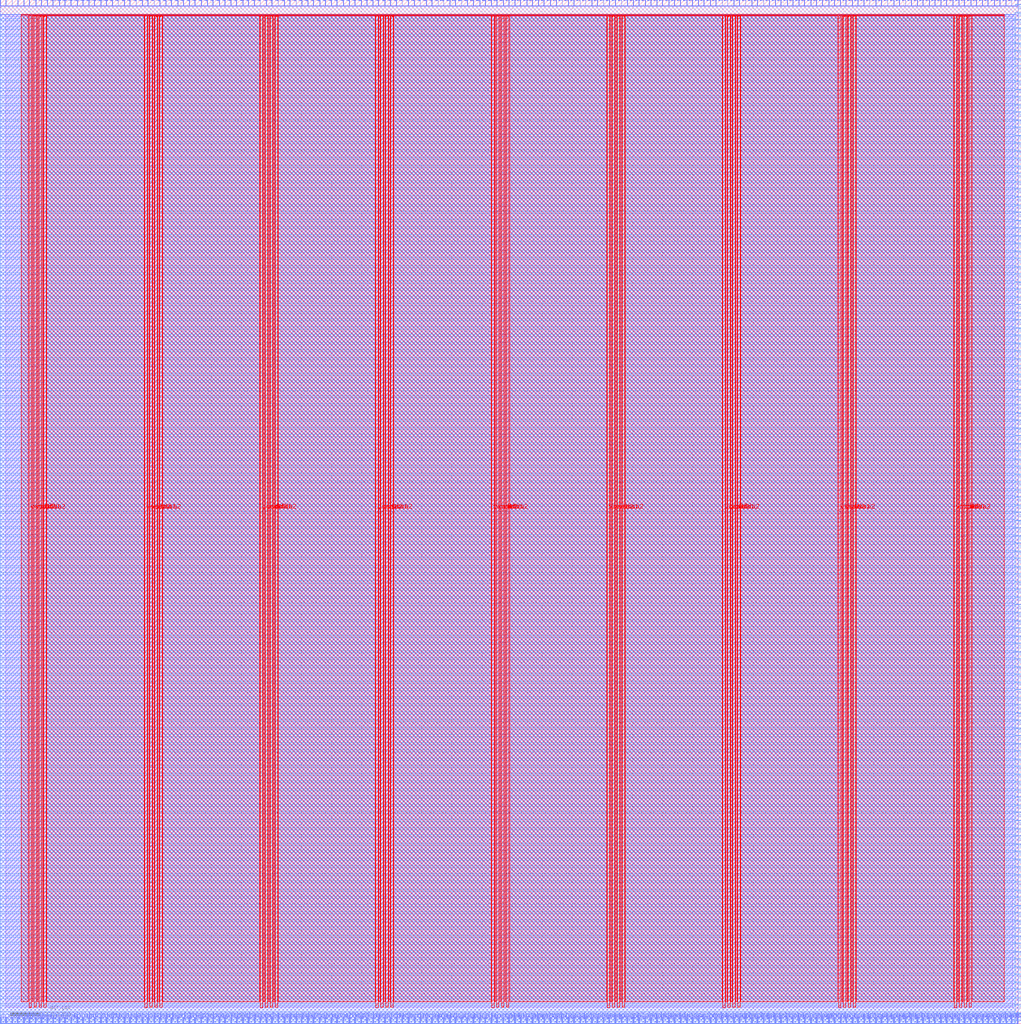
<source format=lef>
VERSION 5.7 ;
  NOWIREEXTENSIONATPIN ON ;
  DIVIDERCHAR "/" ;
  BUSBITCHARS "[]" ;
MACRO icache
  CLASS BLOCK ;
  FOREIGN icache ;
  ORIGIN -0.005 0.000 ;
  SIZE 678.095 BY 680.000 ;
  PIN clk
    DIRECTION INPUT ;
    USE SIGNAL ;
    PORT
      LAYER met3 ;
        RECT 674.100 2.080 678.100 2.680 ;
    END
  END clk
  PIN flush_in
    DIRECTION INPUT ;
    USE SIGNAL ;
    PORT
      LAYER met2 ;
        RECT 663.810 0.000 664.090 4.000 ;
    END
  END flush_in
  PIN i_in[0]
    DIRECTION INPUT ;
    USE SIGNAL ;
    PORT
      LAYER met2 ;
        RECT 0.030 0.000 0.310 4.000 ;
    END
  END i_in[0]
  PIN i_in[10]
    DIRECTION INPUT ;
    USE SIGNAL ;
    PORT
      LAYER met2 ;
        RECT 39.130 0.000 39.410 4.000 ;
    END
  END i_in[10]
  PIN i_in[11]
    DIRECTION INPUT ;
    USE SIGNAL ;
    PORT
      LAYER met2 ;
        RECT 42.810 0.000 43.090 4.000 ;
    END
  END i_in[11]
  PIN i_in[12]
    DIRECTION INPUT ;
    USE SIGNAL ;
    PORT
      LAYER met2 ;
        RECT 46.950 0.000 47.230 4.000 ;
    END
  END i_in[12]
  PIN i_in[13]
    DIRECTION INPUT ;
    USE SIGNAL ;
    PORT
      LAYER met2 ;
        RECT 51.090 0.000 51.370 4.000 ;
    END
  END i_in[13]
  PIN i_in[14]
    DIRECTION INPUT ;
    USE SIGNAL ;
    PORT
      LAYER met2 ;
        RECT 54.770 0.000 55.050 4.000 ;
    END
  END i_in[14]
  PIN i_in[15]
    DIRECTION INPUT ;
    USE SIGNAL ;
    PORT
      LAYER met2 ;
        RECT 58.910 0.000 59.190 4.000 ;
    END
  END i_in[15]
  PIN i_in[16]
    DIRECTION INPUT ;
    USE SIGNAL ;
    PORT
      LAYER met2 ;
        RECT 62.590 0.000 62.870 4.000 ;
    END
  END i_in[16]
  PIN i_in[17]
    DIRECTION INPUT ;
    USE SIGNAL ;
    PORT
      LAYER met2 ;
        RECT 66.730 0.000 67.010 4.000 ;
    END
  END i_in[17]
  PIN i_in[18]
    DIRECTION INPUT ;
    USE SIGNAL ;
    PORT
      LAYER met2 ;
        RECT 70.410 0.000 70.690 4.000 ;
    END
  END i_in[18]
  PIN i_in[19]
    DIRECTION INPUT ;
    USE SIGNAL ;
    PORT
      LAYER met2 ;
        RECT 74.550 0.000 74.830 4.000 ;
    END
  END i_in[19]
  PIN i_in[1]
    DIRECTION INPUT ;
    USE SIGNAL ;
    PORT
      LAYER met2 ;
        RECT 3.710 0.000 3.990 4.000 ;
    END
  END i_in[1]
  PIN i_in[20]
    DIRECTION INPUT ;
    USE SIGNAL ;
    PORT
      LAYER met2 ;
        RECT 78.230 0.000 78.510 4.000 ;
    END
  END i_in[20]
  PIN i_in[21]
    DIRECTION INPUT ;
    USE SIGNAL ;
    PORT
      LAYER met2 ;
        RECT 82.370 0.000 82.650 4.000 ;
    END
  END i_in[21]
  PIN i_in[22]
    DIRECTION INPUT ;
    USE SIGNAL ;
    PORT
      LAYER met2 ;
        RECT 86.050 0.000 86.330 4.000 ;
    END
  END i_in[22]
  PIN i_in[23]
    DIRECTION INPUT ;
    USE SIGNAL ;
    PORT
      LAYER met2 ;
        RECT 90.190 0.000 90.470 4.000 ;
    END
  END i_in[23]
  PIN i_in[24]
    DIRECTION INPUT ;
    USE SIGNAL ;
    PORT
      LAYER met2 ;
        RECT 94.330 0.000 94.610 4.000 ;
    END
  END i_in[24]
  PIN i_in[25]
    DIRECTION INPUT ;
    USE SIGNAL ;
    PORT
      LAYER met2 ;
        RECT 98.010 0.000 98.290 4.000 ;
    END
  END i_in[25]
  PIN i_in[26]
    DIRECTION INPUT ;
    USE SIGNAL ;
    PORT
      LAYER met2 ;
        RECT 102.150 0.000 102.430 4.000 ;
    END
  END i_in[26]
  PIN i_in[27]
    DIRECTION INPUT ;
    USE SIGNAL ;
    PORT
      LAYER met2 ;
        RECT 105.830 0.000 106.110 4.000 ;
    END
  END i_in[27]
  PIN i_in[28]
    DIRECTION INPUT ;
    USE SIGNAL ;
    PORT
      LAYER met2 ;
        RECT 109.970 0.000 110.250 4.000 ;
    END
  END i_in[28]
  PIN i_in[29]
    DIRECTION INPUT ;
    USE SIGNAL ;
    PORT
      LAYER met2 ;
        RECT 113.650 0.000 113.930 4.000 ;
    END
  END i_in[29]
  PIN i_in[2]
    DIRECTION INPUT ;
    USE SIGNAL ;
    PORT
      LAYER met2 ;
        RECT 7.850 0.000 8.130 4.000 ;
    END
  END i_in[2]
  PIN i_in[30]
    DIRECTION INPUT ;
    USE SIGNAL ;
    PORT
      LAYER met2 ;
        RECT 117.790 0.000 118.070 4.000 ;
    END
  END i_in[30]
  PIN i_in[31]
    DIRECTION INPUT ;
    USE SIGNAL ;
    PORT
      LAYER met2 ;
        RECT 121.470 0.000 121.750 4.000 ;
    END
  END i_in[31]
  PIN i_in[32]
    DIRECTION INPUT ;
    USE SIGNAL ;
    PORT
      LAYER met2 ;
        RECT 125.610 0.000 125.890 4.000 ;
    END
  END i_in[32]
  PIN i_in[33]
    DIRECTION INPUT ;
    USE SIGNAL ;
    PORT
      LAYER met2 ;
        RECT 129.290 0.000 129.570 4.000 ;
    END
  END i_in[33]
  PIN i_in[34]
    DIRECTION INPUT ;
    USE SIGNAL ;
    PORT
      LAYER met2 ;
        RECT 133.430 0.000 133.710 4.000 ;
    END
  END i_in[34]
  PIN i_in[35]
    DIRECTION INPUT ;
    USE SIGNAL ;
    PORT
      LAYER met2 ;
        RECT 137.570 0.000 137.850 4.000 ;
    END
  END i_in[35]
  PIN i_in[36]
    DIRECTION INPUT ;
    USE SIGNAL ;
    PORT
      LAYER met2 ;
        RECT 141.250 0.000 141.530 4.000 ;
    END
  END i_in[36]
  PIN i_in[37]
    DIRECTION INPUT ;
    USE SIGNAL ;
    PORT
      LAYER met2 ;
        RECT 145.390 0.000 145.670 4.000 ;
    END
  END i_in[37]
  PIN i_in[38]
    DIRECTION INPUT ;
    USE SIGNAL ;
    PORT
      LAYER met2 ;
        RECT 149.070 0.000 149.350 4.000 ;
    END
  END i_in[38]
  PIN i_in[39]
    DIRECTION INPUT ;
    USE SIGNAL ;
    PORT
      LAYER met2 ;
        RECT 153.210 0.000 153.490 4.000 ;
    END
  END i_in[39]
  PIN i_in[3]
    DIRECTION INPUT ;
    USE SIGNAL ;
    PORT
      LAYER met2 ;
        RECT 11.530 0.000 11.810 4.000 ;
    END
  END i_in[3]
  PIN i_in[40]
    DIRECTION INPUT ;
    USE SIGNAL ;
    PORT
      LAYER met2 ;
        RECT 156.890 0.000 157.170 4.000 ;
    END
  END i_in[40]
  PIN i_in[41]
    DIRECTION INPUT ;
    USE SIGNAL ;
    PORT
      LAYER met2 ;
        RECT 161.030 0.000 161.310 4.000 ;
    END
  END i_in[41]
  PIN i_in[42]
    DIRECTION INPUT ;
    USE SIGNAL ;
    PORT
      LAYER met2 ;
        RECT 164.710 0.000 164.990 4.000 ;
    END
  END i_in[42]
  PIN i_in[43]
    DIRECTION INPUT ;
    USE SIGNAL ;
    PORT
      LAYER met2 ;
        RECT 168.850 0.000 169.130 4.000 ;
    END
  END i_in[43]
  PIN i_in[44]
    DIRECTION INPUT ;
    USE SIGNAL ;
    PORT
      LAYER met2 ;
        RECT 172.530 0.000 172.810 4.000 ;
    END
  END i_in[44]
  PIN i_in[45]
    DIRECTION INPUT ;
    USE SIGNAL ;
    PORT
      LAYER met2 ;
        RECT 176.670 0.000 176.950 4.000 ;
    END
  END i_in[45]
  PIN i_in[46]
    DIRECTION INPUT ;
    USE SIGNAL ;
    PORT
      LAYER met2 ;
        RECT 180.350 0.000 180.630 4.000 ;
    END
  END i_in[46]
  PIN i_in[47]
    DIRECTION INPUT ;
    USE SIGNAL ;
    PORT
      LAYER met2 ;
        RECT 184.490 0.000 184.770 4.000 ;
    END
  END i_in[47]
  PIN i_in[48]
    DIRECTION INPUT ;
    USE SIGNAL ;
    PORT
      LAYER met2 ;
        RECT 188.630 0.000 188.910 4.000 ;
    END
  END i_in[48]
  PIN i_in[49]
    DIRECTION INPUT ;
    USE SIGNAL ;
    PORT
      LAYER met2 ;
        RECT 192.310 0.000 192.590 4.000 ;
    END
  END i_in[49]
  PIN i_in[4]
    DIRECTION INPUT ;
    USE SIGNAL ;
    PORT
      LAYER met2 ;
        RECT 15.670 0.000 15.950 4.000 ;
    END
  END i_in[4]
  PIN i_in[50]
    DIRECTION INPUT ;
    USE SIGNAL ;
    PORT
      LAYER met2 ;
        RECT 196.450 0.000 196.730 4.000 ;
    END
  END i_in[50]
  PIN i_in[51]
    DIRECTION INPUT ;
    USE SIGNAL ;
    PORT
      LAYER met2 ;
        RECT 200.130 0.000 200.410 4.000 ;
    END
  END i_in[51]
  PIN i_in[52]
    DIRECTION INPUT ;
    USE SIGNAL ;
    PORT
      LAYER met2 ;
        RECT 204.270 0.000 204.550 4.000 ;
    END
  END i_in[52]
  PIN i_in[53]
    DIRECTION INPUT ;
    USE SIGNAL ;
    PORT
      LAYER met2 ;
        RECT 207.950 0.000 208.230 4.000 ;
    END
  END i_in[53]
  PIN i_in[54]
    DIRECTION INPUT ;
    USE SIGNAL ;
    PORT
      LAYER met2 ;
        RECT 212.090 0.000 212.370 4.000 ;
    END
  END i_in[54]
  PIN i_in[55]
    DIRECTION INPUT ;
    USE SIGNAL ;
    PORT
      LAYER met2 ;
        RECT 215.770 0.000 216.050 4.000 ;
    END
  END i_in[55]
  PIN i_in[56]
    DIRECTION INPUT ;
    USE SIGNAL ;
    PORT
      LAYER met2 ;
        RECT 219.910 0.000 220.190 4.000 ;
    END
  END i_in[56]
  PIN i_in[57]
    DIRECTION INPUT ;
    USE SIGNAL ;
    PORT
      LAYER met2 ;
        RECT 223.590 0.000 223.870 4.000 ;
    END
  END i_in[57]
  PIN i_in[58]
    DIRECTION INPUT ;
    USE SIGNAL ;
    PORT
      LAYER met2 ;
        RECT 227.730 0.000 228.010 4.000 ;
    END
  END i_in[58]
  PIN i_in[59]
    DIRECTION INPUT ;
    USE SIGNAL ;
    PORT
      LAYER met2 ;
        RECT 231.870 0.000 232.150 4.000 ;
    END
  END i_in[59]
  PIN i_in[5]
    DIRECTION INPUT ;
    USE SIGNAL ;
    PORT
      LAYER met2 ;
        RECT 19.350 0.000 19.630 4.000 ;
    END
  END i_in[5]
  PIN i_in[60]
    DIRECTION INPUT ;
    USE SIGNAL ;
    PORT
      LAYER met2 ;
        RECT 235.550 0.000 235.830 4.000 ;
    END
  END i_in[60]
  PIN i_in[61]
    DIRECTION INPUT ;
    USE SIGNAL ;
    PORT
      LAYER met2 ;
        RECT 239.690 0.000 239.970 4.000 ;
    END
  END i_in[61]
  PIN i_in[62]
    DIRECTION INPUT ;
    USE SIGNAL ;
    PORT
      LAYER met2 ;
        RECT 243.370 0.000 243.650 4.000 ;
    END
  END i_in[62]
  PIN i_in[63]
    DIRECTION INPUT ;
    USE SIGNAL ;
    PORT
      LAYER met2 ;
        RECT 247.510 0.000 247.790 4.000 ;
    END
  END i_in[63]
  PIN i_in[64]
    DIRECTION INPUT ;
    USE SIGNAL ;
    PORT
      LAYER met2 ;
        RECT 251.190 0.000 251.470 4.000 ;
    END
  END i_in[64]
  PIN i_in[65]
    DIRECTION INPUT ;
    USE SIGNAL ;
    PORT
      LAYER met2 ;
        RECT 255.330 0.000 255.610 4.000 ;
    END
  END i_in[65]
  PIN i_in[66]
    DIRECTION INPUT ;
    USE SIGNAL ;
    PORT
      LAYER met2 ;
        RECT 259.010 0.000 259.290 4.000 ;
    END
  END i_in[66]
  PIN i_in[67]
    DIRECTION INPUT ;
    USE SIGNAL ;
    PORT
      LAYER met2 ;
        RECT 263.150 0.000 263.430 4.000 ;
    END
  END i_in[67]
  PIN i_in[68]
    DIRECTION INPUT ;
    USE SIGNAL ;
    PORT
      LAYER met2 ;
        RECT 266.830 0.000 267.110 4.000 ;
    END
  END i_in[68]
  PIN i_in[69]
    DIRECTION INPUT ;
    USE SIGNAL ;
    PORT
      LAYER met2 ;
        RECT 270.970 0.000 271.250 4.000 ;
    END
  END i_in[69]
  PIN i_in[6]
    DIRECTION INPUT ;
    USE SIGNAL ;
    PORT
      LAYER met2 ;
        RECT 23.490 0.000 23.770 4.000 ;
    END
  END i_in[6]
  PIN i_in[7]
    DIRECTION INPUT ;
    USE SIGNAL ;
    PORT
      LAYER met2 ;
        RECT 27.170 0.000 27.450 4.000 ;
    END
  END i_in[7]
  PIN i_in[8]
    DIRECTION INPUT ;
    USE SIGNAL ;
    PORT
      LAYER met2 ;
        RECT 31.310 0.000 31.590 4.000 ;
    END
  END i_in[8]
  PIN i_in[9]
    DIRECTION INPUT ;
    USE SIGNAL ;
    PORT
      LAYER met2 ;
        RECT 34.990 0.000 35.270 4.000 ;
    END
  END i_in[9]
  PIN i_out[0]
    DIRECTION OUTPUT TRISTATE ;
    USE SIGNAL ;
    PORT
      LAYER met2 ;
        RECT 275.110 0.000 275.390 4.000 ;
    END
  END i_out[0]
  PIN i_out[10]
    DIRECTION OUTPUT TRISTATE ;
    USE SIGNAL ;
    PORT
      LAYER met2 ;
        RECT 314.210 0.000 314.490 4.000 ;
    END
  END i_out[10]
  PIN i_out[11]
    DIRECTION OUTPUT TRISTATE ;
    USE SIGNAL ;
    PORT
      LAYER met2 ;
        RECT 318.350 0.000 318.630 4.000 ;
    END
  END i_out[11]
  PIN i_out[12]
    DIRECTION OUTPUT TRISTATE ;
    USE SIGNAL ;
    PORT
      LAYER met2 ;
        RECT 322.030 0.000 322.310 4.000 ;
    END
  END i_out[12]
  PIN i_out[13]
    DIRECTION OUTPUT TRISTATE ;
    USE SIGNAL ;
    PORT
      LAYER met2 ;
        RECT 326.170 0.000 326.450 4.000 ;
    END
  END i_out[13]
  PIN i_out[14]
    DIRECTION OUTPUT TRISTATE ;
    USE SIGNAL ;
    PORT
      LAYER met2 ;
        RECT 329.850 0.000 330.130 4.000 ;
    END
  END i_out[14]
  PIN i_out[15]
    DIRECTION OUTPUT TRISTATE ;
    USE SIGNAL ;
    PORT
      LAYER met2 ;
        RECT 333.990 0.000 334.270 4.000 ;
    END
  END i_out[15]
  PIN i_out[16]
    DIRECTION OUTPUT TRISTATE ;
    USE SIGNAL ;
    PORT
      LAYER met2 ;
        RECT 337.670 0.000 337.950 4.000 ;
    END
  END i_out[16]
  PIN i_out[17]
    DIRECTION OUTPUT TRISTATE ;
    USE SIGNAL ;
    PORT
      LAYER met2 ;
        RECT 341.810 0.000 342.090 4.000 ;
    END
  END i_out[17]
  PIN i_out[18]
    DIRECTION OUTPUT TRISTATE ;
    USE SIGNAL ;
    PORT
      LAYER met2 ;
        RECT 345.490 0.000 345.770 4.000 ;
    END
  END i_out[18]
  PIN i_out[19]
    DIRECTION OUTPUT TRISTATE ;
    USE SIGNAL ;
    PORT
      LAYER met2 ;
        RECT 349.630 0.000 349.910 4.000 ;
    END
  END i_out[19]
  PIN i_out[1]
    DIRECTION OUTPUT TRISTATE ;
    USE SIGNAL ;
    PORT
      LAYER met2 ;
        RECT 278.790 0.000 279.070 4.000 ;
    END
  END i_out[1]
  PIN i_out[20]
    DIRECTION OUTPUT TRISTATE ;
    USE SIGNAL ;
    PORT
      LAYER met2 ;
        RECT 353.310 0.000 353.590 4.000 ;
    END
  END i_out[20]
  PIN i_out[21]
    DIRECTION OUTPUT TRISTATE ;
    USE SIGNAL ;
    PORT
      LAYER met2 ;
        RECT 357.450 0.000 357.730 4.000 ;
    END
  END i_out[21]
  PIN i_out[22]
    DIRECTION OUTPUT TRISTATE ;
    USE SIGNAL ;
    PORT
      LAYER met2 ;
        RECT 361.130 0.000 361.410 4.000 ;
    END
  END i_out[22]
  PIN i_out[23]
    DIRECTION OUTPUT TRISTATE ;
    USE SIGNAL ;
    PORT
      LAYER met2 ;
        RECT 365.270 0.000 365.550 4.000 ;
    END
  END i_out[23]
  PIN i_out[24]
    DIRECTION OUTPUT TRISTATE ;
    USE SIGNAL ;
    PORT
      LAYER met2 ;
        RECT 369.410 0.000 369.690 4.000 ;
    END
  END i_out[24]
  PIN i_out[25]
    DIRECTION OUTPUT TRISTATE ;
    USE SIGNAL ;
    PORT
      LAYER met2 ;
        RECT 373.090 0.000 373.370 4.000 ;
    END
  END i_out[25]
  PIN i_out[26]
    DIRECTION OUTPUT TRISTATE ;
    USE SIGNAL ;
    PORT
      LAYER met2 ;
        RECT 377.230 0.000 377.510 4.000 ;
    END
  END i_out[26]
  PIN i_out[27]
    DIRECTION OUTPUT TRISTATE ;
    USE SIGNAL ;
    PORT
      LAYER met2 ;
        RECT 380.910 0.000 381.190 4.000 ;
    END
  END i_out[27]
  PIN i_out[28]
    DIRECTION OUTPUT TRISTATE ;
    USE SIGNAL ;
    PORT
      LAYER met2 ;
        RECT 385.050 0.000 385.330 4.000 ;
    END
  END i_out[28]
  PIN i_out[29]
    DIRECTION OUTPUT TRISTATE ;
    USE SIGNAL ;
    PORT
      LAYER met2 ;
        RECT 388.730 0.000 389.010 4.000 ;
    END
  END i_out[29]
  PIN i_out[2]
    DIRECTION OUTPUT TRISTATE ;
    USE SIGNAL ;
    PORT
      LAYER met2 ;
        RECT 282.930 0.000 283.210 4.000 ;
    END
  END i_out[2]
  PIN i_out[30]
    DIRECTION OUTPUT TRISTATE ;
    USE SIGNAL ;
    PORT
      LAYER met2 ;
        RECT 392.870 0.000 393.150 4.000 ;
    END
  END i_out[30]
  PIN i_out[31]
    DIRECTION OUTPUT TRISTATE ;
    USE SIGNAL ;
    PORT
      LAYER met2 ;
        RECT 396.550 0.000 396.830 4.000 ;
    END
  END i_out[31]
  PIN i_out[32]
    DIRECTION OUTPUT TRISTATE ;
    USE SIGNAL ;
    PORT
      LAYER met2 ;
        RECT 400.690 0.000 400.970 4.000 ;
    END
  END i_out[32]
  PIN i_out[33]
    DIRECTION OUTPUT TRISTATE ;
    USE SIGNAL ;
    PORT
      LAYER met2 ;
        RECT 404.370 0.000 404.650 4.000 ;
    END
  END i_out[33]
  PIN i_out[34]
    DIRECTION OUTPUT TRISTATE ;
    USE SIGNAL ;
    PORT
      LAYER met2 ;
        RECT 408.510 0.000 408.790 4.000 ;
    END
  END i_out[34]
  PIN i_out[35]
    DIRECTION OUTPUT TRISTATE ;
    USE SIGNAL ;
    PORT
      LAYER met2 ;
        RECT 412.650 0.000 412.930 4.000 ;
    END
  END i_out[35]
  PIN i_out[36]
    DIRECTION OUTPUT TRISTATE ;
    USE SIGNAL ;
    PORT
      LAYER met2 ;
        RECT 416.330 0.000 416.610 4.000 ;
    END
  END i_out[36]
  PIN i_out[37]
    DIRECTION OUTPUT TRISTATE ;
    USE SIGNAL ;
    PORT
      LAYER met2 ;
        RECT 420.470 0.000 420.750 4.000 ;
    END
  END i_out[37]
  PIN i_out[38]
    DIRECTION OUTPUT TRISTATE ;
    USE SIGNAL ;
    PORT
      LAYER met2 ;
        RECT 424.150 0.000 424.430 4.000 ;
    END
  END i_out[38]
  PIN i_out[39]
    DIRECTION OUTPUT TRISTATE ;
    USE SIGNAL ;
    PORT
      LAYER met2 ;
        RECT 428.290 0.000 428.570 4.000 ;
    END
  END i_out[39]
  PIN i_out[3]
    DIRECTION OUTPUT TRISTATE ;
    USE SIGNAL ;
    PORT
      LAYER met2 ;
        RECT 286.610 0.000 286.890 4.000 ;
    END
  END i_out[3]
  PIN i_out[40]
    DIRECTION OUTPUT TRISTATE ;
    USE SIGNAL ;
    PORT
      LAYER met2 ;
        RECT 431.970 0.000 432.250 4.000 ;
    END
  END i_out[40]
  PIN i_out[41]
    DIRECTION OUTPUT TRISTATE ;
    USE SIGNAL ;
    PORT
      LAYER met2 ;
        RECT 436.110 0.000 436.390 4.000 ;
    END
  END i_out[41]
  PIN i_out[42]
    DIRECTION OUTPUT TRISTATE ;
    USE SIGNAL ;
    PORT
      LAYER met2 ;
        RECT 439.790 0.000 440.070 4.000 ;
    END
  END i_out[42]
  PIN i_out[43]
    DIRECTION OUTPUT TRISTATE ;
    USE SIGNAL ;
    PORT
      LAYER met2 ;
        RECT 443.930 0.000 444.210 4.000 ;
    END
  END i_out[43]
  PIN i_out[44]
    DIRECTION OUTPUT TRISTATE ;
    USE SIGNAL ;
    PORT
      LAYER met2 ;
        RECT 447.610 0.000 447.890 4.000 ;
    END
  END i_out[44]
  PIN i_out[45]
    DIRECTION OUTPUT TRISTATE ;
    USE SIGNAL ;
    PORT
      LAYER met2 ;
        RECT 451.750 0.000 452.030 4.000 ;
    END
  END i_out[45]
  PIN i_out[46]
    DIRECTION OUTPUT TRISTATE ;
    USE SIGNAL ;
    PORT
      LAYER met2 ;
        RECT 455.890 0.000 456.170 4.000 ;
    END
  END i_out[46]
  PIN i_out[47]
    DIRECTION OUTPUT TRISTATE ;
    USE SIGNAL ;
    PORT
      LAYER met2 ;
        RECT 459.570 0.000 459.850 4.000 ;
    END
  END i_out[47]
  PIN i_out[48]
    DIRECTION OUTPUT TRISTATE ;
    USE SIGNAL ;
    PORT
      LAYER met2 ;
        RECT 463.710 0.000 463.990 4.000 ;
    END
  END i_out[48]
  PIN i_out[49]
    DIRECTION OUTPUT TRISTATE ;
    USE SIGNAL ;
    PORT
      LAYER met2 ;
        RECT 467.390 0.000 467.670 4.000 ;
    END
  END i_out[49]
  PIN i_out[4]
    DIRECTION OUTPUT TRISTATE ;
    USE SIGNAL ;
    PORT
      LAYER met2 ;
        RECT 290.750 0.000 291.030 4.000 ;
    END
  END i_out[4]
  PIN i_out[50]
    DIRECTION OUTPUT TRISTATE ;
    USE SIGNAL ;
    PORT
      LAYER met2 ;
        RECT 471.530 0.000 471.810 4.000 ;
    END
  END i_out[50]
  PIN i_out[51]
    DIRECTION OUTPUT TRISTATE ;
    USE SIGNAL ;
    PORT
      LAYER met2 ;
        RECT 475.210 0.000 475.490 4.000 ;
    END
  END i_out[51]
  PIN i_out[52]
    DIRECTION OUTPUT TRISTATE ;
    USE SIGNAL ;
    PORT
      LAYER met2 ;
        RECT 479.350 0.000 479.630 4.000 ;
    END
  END i_out[52]
  PIN i_out[53]
    DIRECTION OUTPUT TRISTATE ;
    USE SIGNAL ;
    PORT
      LAYER met2 ;
        RECT 483.030 0.000 483.310 4.000 ;
    END
  END i_out[53]
  PIN i_out[54]
    DIRECTION OUTPUT TRISTATE ;
    USE SIGNAL ;
    PORT
      LAYER met2 ;
        RECT 487.170 0.000 487.450 4.000 ;
    END
  END i_out[54]
  PIN i_out[55]
    DIRECTION OUTPUT TRISTATE ;
    USE SIGNAL ;
    PORT
      LAYER met2 ;
        RECT 490.850 0.000 491.130 4.000 ;
    END
  END i_out[55]
  PIN i_out[56]
    DIRECTION OUTPUT TRISTATE ;
    USE SIGNAL ;
    PORT
      LAYER met2 ;
        RECT 494.990 0.000 495.270 4.000 ;
    END
  END i_out[56]
  PIN i_out[57]
    DIRECTION OUTPUT TRISTATE ;
    USE SIGNAL ;
    PORT
      LAYER met2 ;
        RECT 499.130 0.000 499.410 4.000 ;
    END
  END i_out[57]
  PIN i_out[58]
    DIRECTION OUTPUT TRISTATE ;
    USE SIGNAL ;
    PORT
      LAYER met2 ;
        RECT 502.810 0.000 503.090 4.000 ;
    END
  END i_out[58]
  PIN i_out[59]
    DIRECTION OUTPUT TRISTATE ;
    USE SIGNAL ;
    PORT
      LAYER met2 ;
        RECT 506.950 0.000 507.230 4.000 ;
    END
  END i_out[59]
  PIN i_out[5]
    DIRECTION OUTPUT TRISTATE ;
    USE SIGNAL ;
    PORT
      LAYER met2 ;
        RECT 294.430 0.000 294.710 4.000 ;
    END
  END i_out[5]
  PIN i_out[60]
    DIRECTION OUTPUT TRISTATE ;
    USE SIGNAL ;
    PORT
      LAYER met2 ;
        RECT 510.630 0.000 510.910 4.000 ;
    END
  END i_out[60]
  PIN i_out[61]
    DIRECTION OUTPUT TRISTATE ;
    USE SIGNAL ;
    PORT
      LAYER met2 ;
        RECT 514.770 0.000 515.050 4.000 ;
    END
  END i_out[61]
  PIN i_out[62]
    DIRECTION OUTPUT TRISTATE ;
    USE SIGNAL ;
    PORT
      LAYER met2 ;
        RECT 518.450 0.000 518.730 4.000 ;
    END
  END i_out[62]
  PIN i_out[63]
    DIRECTION OUTPUT TRISTATE ;
    USE SIGNAL ;
    PORT
      LAYER met2 ;
        RECT 522.590 0.000 522.870 4.000 ;
    END
  END i_out[63]
  PIN i_out[64]
    DIRECTION OUTPUT TRISTATE ;
    USE SIGNAL ;
    PORT
      LAYER met2 ;
        RECT 526.270 0.000 526.550 4.000 ;
    END
  END i_out[64]
  PIN i_out[65]
    DIRECTION OUTPUT TRISTATE ;
    USE SIGNAL ;
    PORT
      LAYER met2 ;
        RECT 530.410 0.000 530.690 4.000 ;
    END
  END i_out[65]
  PIN i_out[66]
    DIRECTION OUTPUT TRISTATE ;
    USE SIGNAL ;
    PORT
      LAYER met2 ;
        RECT 534.090 0.000 534.370 4.000 ;
    END
  END i_out[66]
  PIN i_out[67]
    DIRECTION OUTPUT TRISTATE ;
    USE SIGNAL ;
    PORT
      LAYER met2 ;
        RECT 538.230 0.000 538.510 4.000 ;
    END
  END i_out[67]
  PIN i_out[68]
    DIRECTION OUTPUT TRISTATE ;
    USE SIGNAL ;
    PORT
      LAYER met2 ;
        RECT 541.910 0.000 542.190 4.000 ;
    END
  END i_out[68]
  PIN i_out[69]
    DIRECTION OUTPUT TRISTATE ;
    USE SIGNAL ;
    PORT
      LAYER met2 ;
        RECT 546.050 0.000 546.330 4.000 ;
    END
  END i_out[69]
  PIN i_out[6]
    DIRECTION OUTPUT TRISTATE ;
    USE SIGNAL ;
    PORT
      LAYER met2 ;
        RECT 298.570 0.000 298.850 4.000 ;
    END
  END i_out[6]
  PIN i_out[70]
    DIRECTION OUTPUT TRISTATE ;
    USE SIGNAL ;
    PORT
      LAYER met2 ;
        RECT 550.190 0.000 550.470 4.000 ;
    END
  END i_out[70]
  PIN i_out[71]
    DIRECTION OUTPUT TRISTATE ;
    USE SIGNAL ;
    PORT
      LAYER met2 ;
        RECT 553.870 0.000 554.150 4.000 ;
    END
  END i_out[71]
  PIN i_out[72]
    DIRECTION OUTPUT TRISTATE ;
    USE SIGNAL ;
    PORT
      LAYER met2 ;
        RECT 558.010 0.000 558.290 4.000 ;
    END
  END i_out[72]
  PIN i_out[73]
    DIRECTION OUTPUT TRISTATE ;
    USE SIGNAL ;
    PORT
      LAYER met2 ;
        RECT 561.690 0.000 561.970 4.000 ;
    END
  END i_out[73]
  PIN i_out[74]
    DIRECTION OUTPUT TRISTATE ;
    USE SIGNAL ;
    PORT
      LAYER met2 ;
        RECT 565.830 0.000 566.110 4.000 ;
    END
  END i_out[74]
  PIN i_out[75]
    DIRECTION OUTPUT TRISTATE ;
    USE SIGNAL ;
    PORT
      LAYER met2 ;
        RECT 569.510 0.000 569.790 4.000 ;
    END
  END i_out[75]
  PIN i_out[76]
    DIRECTION OUTPUT TRISTATE ;
    USE SIGNAL ;
    PORT
      LAYER met2 ;
        RECT 573.650 0.000 573.930 4.000 ;
    END
  END i_out[76]
  PIN i_out[77]
    DIRECTION OUTPUT TRISTATE ;
    USE SIGNAL ;
    PORT
      LAYER met2 ;
        RECT 577.330 0.000 577.610 4.000 ;
    END
  END i_out[77]
  PIN i_out[78]
    DIRECTION OUTPUT TRISTATE ;
    USE SIGNAL ;
    PORT
      LAYER met2 ;
        RECT 581.470 0.000 581.750 4.000 ;
    END
  END i_out[78]
  PIN i_out[79]
    DIRECTION OUTPUT TRISTATE ;
    USE SIGNAL ;
    PORT
      LAYER met2 ;
        RECT 585.150 0.000 585.430 4.000 ;
    END
  END i_out[79]
  PIN i_out[7]
    DIRECTION OUTPUT TRISTATE ;
    USE SIGNAL ;
    PORT
      LAYER met2 ;
        RECT 302.250 0.000 302.530 4.000 ;
    END
  END i_out[7]
  PIN i_out[80]
    DIRECTION OUTPUT TRISTATE ;
    USE SIGNAL ;
    PORT
      LAYER met2 ;
        RECT 589.290 0.000 589.570 4.000 ;
    END
  END i_out[80]
  PIN i_out[81]
    DIRECTION OUTPUT TRISTATE ;
    USE SIGNAL ;
    PORT
      LAYER met2 ;
        RECT 593.430 0.000 593.710 4.000 ;
    END
  END i_out[81]
  PIN i_out[82]
    DIRECTION OUTPUT TRISTATE ;
    USE SIGNAL ;
    PORT
      LAYER met2 ;
        RECT 597.110 0.000 597.390 4.000 ;
    END
  END i_out[82]
  PIN i_out[83]
    DIRECTION OUTPUT TRISTATE ;
    USE SIGNAL ;
    PORT
      LAYER met2 ;
        RECT 601.250 0.000 601.530 4.000 ;
    END
  END i_out[83]
  PIN i_out[84]
    DIRECTION OUTPUT TRISTATE ;
    USE SIGNAL ;
    PORT
      LAYER met2 ;
        RECT 604.930 0.000 605.210 4.000 ;
    END
  END i_out[84]
  PIN i_out[85]
    DIRECTION OUTPUT TRISTATE ;
    USE SIGNAL ;
    PORT
      LAYER met2 ;
        RECT 609.070 0.000 609.350 4.000 ;
    END
  END i_out[85]
  PIN i_out[86]
    DIRECTION OUTPUT TRISTATE ;
    USE SIGNAL ;
    PORT
      LAYER met2 ;
        RECT 612.750 0.000 613.030 4.000 ;
    END
  END i_out[86]
  PIN i_out[87]
    DIRECTION OUTPUT TRISTATE ;
    USE SIGNAL ;
    PORT
      LAYER met2 ;
        RECT 616.890 0.000 617.170 4.000 ;
    END
  END i_out[87]
  PIN i_out[88]
    DIRECTION OUTPUT TRISTATE ;
    USE SIGNAL ;
    PORT
      LAYER met2 ;
        RECT 620.570 0.000 620.850 4.000 ;
    END
  END i_out[88]
  PIN i_out[89]
    DIRECTION OUTPUT TRISTATE ;
    USE SIGNAL ;
    PORT
      LAYER met2 ;
        RECT 624.710 0.000 624.990 4.000 ;
    END
  END i_out[89]
  PIN i_out[8]
    DIRECTION OUTPUT TRISTATE ;
    USE SIGNAL ;
    PORT
      LAYER met2 ;
        RECT 306.390 0.000 306.670 4.000 ;
    END
  END i_out[8]
  PIN i_out[90]
    DIRECTION OUTPUT TRISTATE ;
    USE SIGNAL ;
    PORT
      LAYER met2 ;
        RECT 628.390 0.000 628.670 4.000 ;
    END
  END i_out[90]
  PIN i_out[91]
    DIRECTION OUTPUT TRISTATE ;
    USE SIGNAL ;
    PORT
      LAYER met2 ;
        RECT 632.530 0.000 632.810 4.000 ;
    END
  END i_out[91]
  PIN i_out[92]
    DIRECTION OUTPUT TRISTATE ;
    USE SIGNAL ;
    PORT
      LAYER met2 ;
        RECT 636.670 0.000 636.950 4.000 ;
    END
  END i_out[92]
  PIN i_out[93]
    DIRECTION OUTPUT TRISTATE ;
    USE SIGNAL ;
    PORT
      LAYER met2 ;
        RECT 640.350 0.000 640.630 4.000 ;
    END
  END i_out[93]
  PIN i_out[94]
    DIRECTION OUTPUT TRISTATE ;
    USE SIGNAL ;
    PORT
      LAYER met2 ;
        RECT 644.490 0.000 644.770 4.000 ;
    END
  END i_out[94]
  PIN i_out[95]
    DIRECTION OUTPUT TRISTATE ;
    USE SIGNAL ;
    PORT
      LAYER met2 ;
        RECT 648.170 0.000 648.450 4.000 ;
    END
  END i_out[95]
  PIN i_out[96]
    DIRECTION OUTPUT TRISTATE ;
    USE SIGNAL ;
    PORT
      LAYER met2 ;
        RECT 652.310 0.000 652.590 4.000 ;
    END
  END i_out[96]
  PIN i_out[97]
    DIRECTION OUTPUT TRISTATE ;
    USE SIGNAL ;
    PORT
      LAYER met2 ;
        RECT 655.990 0.000 656.270 4.000 ;
    END
  END i_out[97]
  PIN i_out[98]
    DIRECTION OUTPUT TRISTATE ;
    USE SIGNAL ;
    PORT
      LAYER met2 ;
        RECT 660.130 0.000 660.410 4.000 ;
    END
  END i_out[98]
  PIN i_out[9]
    DIRECTION OUTPUT TRISTATE ;
    USE SIGNAL ;
    PORT
      LAYER met2 ;
        RECT 310.070 0.000 310.350 4.000 ;
    END
  END i_out[9]
  PIN inval_in
    DIRECTION INPUT ;
    USE SIGNAL ;
    PORT
      LAYER met2 ;
        RECT 667.950 0.000 668.230 4.000 ;
    END
  END inval_in
  PIN m_in[0]
    DIRECTION INPUT ;
    USE SIGNAL ;
    PORT
      LAYER met3 ;
        RECT 674.100 12.280 678.100 12.880 ;
    END
  END m_in[0]
  PIN m_in[100]
    DIRECTION INPUT ;
    USE SIGNAL ;
    PORT
      LAYER met3 ;
        RECT 674.100 522.960 678.100 523.560 ;
    END
  END m_in[100]
  PIN m_in[101]
    DIRECTION INPUT ;
    USE SIGNAL ;
    PORT
      LAYER met3 ;
        RECT 674.100 528.400 678.100 529.000 ;
    END
  END m_in[101]
  PIN m_in[102]
    DIRECTION INPUT ;
    USE SIGNAL ;
    PORT
      LAYER met3 ;
        RECT 674.100 533.160 678.100 533.760 ;
    END
  END m_in[102]
  PIN m_in[103]
    DIRECTION INPUT ;
    USE SIGNAL ;
    PORT
      LAYER met3 ;
        RECT 674.100 538.600 678.100 539.200 ;
    END
  END m_in[103]
  PIN m_in[104]
    DIRECTION INPUT ;
    USE SIGNAL ;
    PORT
      LAYER met3 ;
        RECT 674.100 543.360 678.100 543.960 ;
    END
  END m_in[104]
  PIN m_in[105]
    DIRECTION INPUT ;
    USE SIGNAL ;
    PORT
      LAYER met3 ;
        RECT 674.100 548.800 678.100 549.400 ;
    END
  END m_in[105]
  PIN m_in[106]
    DIRECTION INPUT ;
    USE SIGNAL ;
    PORT
      LAYER met3 ;
        RECT 674.100 554.240 678.100 554.840 ;
    END
  END m_in[106]
  PIN m_in[107]
    DIRECTION INPUT ;
    USE SIGNAL ;
    PORT
      LAYER met3 ;
        RECT 674.100 559.000 678.100 559.600 ;
    END
  END m_in[107]
  PIN m_in[108]
    DIRECTION INPUT ;
    USE SIGNAL ;
    PORT
      LAYER met3 ;
        RECT 674.100 564.440 678.100 565.040 ;
    END
  END m_in[108]
  PIN m_in[109]
    DIRECTION INPUT ;
    USE SIGNAL ;
    PORT
      LAYER met3 ;
        RECT 674.100 569.200 678.100 569.800 ;
    END
  END m_in[109]
  PIN m_in[10]
    DIRECTION INPUT ;
    USE SIGNAL ;
    PORT
      LAYER met3 ;
        RECT 674.100 63.280 678.100 63.880 ;
    END
  END m_in[10]
  PIN m_in[110]
    DIRECTION INPUT ;
    USE SIGNAL ;
    PORT
      LAYER met3 ;
        RECT 674.100 574.640 678.100 575.240 ;
    END
  END m_in[110]
  PIN m_in[111]
    DIRECTION INPUT ;
    USE SIGNAL ;
    PORT
      LAYER met3 ;
        RECT 674.100 579.400 678.100 580.000 ;
    END
  END m_in[111]
  PIN m_in[112]
    DIRECTION INPUT ;
    USE SIGNAL ;
    PORT
      LAYER met3 ;
        RECT 674.100 584.840 678.100 585.440 ;
    END
  END m_in[112]
  PIN m_in[113]
    DIRECTION INPUT ;
    USE SIGNAL ;
    PORT
      LAYER met3 ;
        RECT 674.100 589.600 678.100 590.200 ;
    END
  END m_in[113]
  PIN m_in[114]
    DIRECTION INPUT ;
    USE SIGNAL ;
    PORT
      LAYER met3 ;
        RECT 674.100 595.040 678.100 595.640 ;
    END
  END m_in[114]
  PIN m_in[115]
    DIRECTION INPUT ;
    USE SIGNAL ;
    PORT
      LAYER met3 ;
        RECT 674.100 599.800 678.100 600.400 ;
    END
  END m_in[115]
  PIN m_in[116]
    DIRECTION INPUT ;
    USE SIGNAL ;
    PORT
      LAYER met3 ;
        RECT 674.100 605.240 678.100 605.840 ;
    END
  END m_in[116]
  PIN m_in[117]
    DIRECTION INPUT ;
    USE SIGNAL ;
    PORT
      LAYER met3 ;
        RECT 674.100 610.000 678.100 610.600 ;
    END
  END m_in[117]
  PIN m_in[118]
    DIRECTION INPUT ;
    USE SIGNAL ;
    PORT
      LAYER met3 ;
        RECT 674.100 615.440 678.100 616.040 ;
    END
  END m_in[118]
  PIN m_in[119]
    DIRECTION INPUT ;
    USE SIGNAL ;
    PORT
      LAYER met3 ;
        RECT 674.100 620.200 678.100 620.800 ;
    END
  END m_in[119]
  PIN m_in[11]
    DIRECTION INPUT ;
    USE SIGNAL ;
    PORT
      LAYER met3 ;
        RECT 674.100 68.040 678.100 68.640 ;
    END
  END m_in[11]
  PIN m_in[120]
    DIRECTION INPUT ;
    USE SIGNAL ;
    PORT
      LAYER met3 ;
        RECT 674.100 625.640 678.100 626.240 ;
    END
  END m_in[120]
  PIN m_in[121]
    DIRECTION INPUT ;
    USE SIGNAL ;
    PORT
      LAYER met3 ;
        RECT 674.100 630.400 678.100 631.000 ;
    END
  END m_in[121]
  PIN m_in[122]
    DIRECTION INPUT ;
    USE SIGNAL ;
    PORT
      LAYER met3 ;
        RECT 674.100 635.840 678.100 636.440 ;
    END
  END m_in[122]
  PIN m_in[123]
    DIRECTION INPUT ;
    USE SIGNAL ;
    PORT
      LAYER met3 ;
        RECT 674.100 640.600 678.100 641.200 ;
    END
  END m_in[123]
  PIN m_in[124]
    DIRECTION INPUT ;
    USE SIGNAL ;
    PORT
      LAYER met3 ;
        RECT 674.100 646.040 678.100 646.640 ;
    END
  END m_in[124]
  PIN m_in[125]
    DIRECTION INPUT ;
    USE SIGNAL ;
    PORT
      LAYER met3 ;
        RECT 674.100 650.800 678.100 651.400 ;
    END
  END m_in[125]
  PIN m_in[126]
    DIRECTION INPUT ;
    USE SIGNAL ;
    PORT
      LAYER met3 ;
        RECT 674.100 656.240 678.100 656.840 ;
    END
  END m_in[126]
  PIN m_in[127]
    DIRECTION INPUT ;
    USE SIGNAL ;
    PORT
      LAYER met3 ;
        RECT 674.100 661.000 678.100 661.600 ;
    END
  END m_in[127]
  PIN m_in[128]
    DIRECTION INPUT ;
    USE SIGNAL ;
    PORT
      LAYER met3 ;
        RECT 674.100 666.440 678.100 667.040 ;
    END
  END m_in[128]
  PIN m_in[129]
    DIRECTION INPUT ;
    USE SIGNAL ;
    PORT
      LAYER met3 ;
        RECT 674.100 671.200 678.100 671.800 ;
    END
  END m_in[129]
  PIN m_in[12]
    DIRECTION INPUT ;
    USE SIGNAL ;
    PORT
      LAYER met3 ;
        RECT 674.100 73.480 678.100 74.080 ;
    END
  END m_in[12]
  PIN m_in[130]
    DIRECTION INPUT ;
    USE SIGNAL ;
    PORT
      LAYER met3 ;
        RECT 674.100 676.640 678.100 677.240 ;
    END
  END m_in[130]
  PIN m_in[13]
    DIRECTION INPUT ;
    USE SIGNAL ;
    PORT
      LAYER met3 ;
        RECT 674.100 78.240 678.100 78.840 ;
    END
  END m_in[13]
  PIN m_in[14]
    DIRECTION INPUT ;
    USE SIGNAL ;
    PORT
      LAYER met3 ;
        RECT 674.100 83.680 678.100 84.280 ;
    END
  END m_in[14]
  PIN m_in[15]
    DIRECTION INPUT ;
    USE SIGNAL ;
    PORT
      LAYER met3 ;
        RECT 674.100 88.440 678.100 89.040 ;
    END
  END m_in[15]
  PIN m_in[16]
    DIRECTION INPUT ;
    USE SIGNAL ;
    PORT
      LAYER met3 ;
        RECT 674.100 93.880 678.100 94.480 ;
    END
  END m_in[16]
  PIN m_in[17]
    DIRECTION INPUT ;
    USE SIGNAL ;
    PORT
      LAYER met3 ;
        RECT 674.100 98.640 678.100 99.240 ;
    END
  END m_in[17]
  PIN m_in[18]
    DIRECTION INPUT ;
    USE SIGNAL ;
    PORT
      LAYER met3 ;
        RECT 674.100 104.080 678.100 104.680 ;
    END
  END m_in[18]
  PIN m_in[19]
    DIRECTION INPUT ;
    USE SIGNAL ;
    PORT
      LAYER met3 ;
        RECT 674.100 108.840 678.100 109.440 ;
    END
  END m_in[19]
  PIN m_in[1]
    DIRECTION INPUT ;
    USE SIGNAL ;
    PORT
      LAYER met3 ;
        RECT 674.100 17.040 678.100 17.640 ;
    END
  END m_in[1]
  PIN m_in[20]
    DIRECTION INPUT ;
    USE SIGNAL ;
    PORT
      LAYER met3 ;
        RECT 674.100 114.280 678.100 114.880 ;
    END
  END m_in[20]
  PIN m_in[21]
    DIRECTION INPUT ;
    USE SIGNAL ;
    PORT
      LAYER met3 ;
        RECT 674.100 119.040 678.100 119.640 ;
    END
  END m_in[21]
  PIN m_in[22]
    DIRECTION INPUT ;
    USE SIGNAL ;
    PORT
      LAYER met3 ;
        RECT 674.100 124.480 678.100 125.080 ;
    END
  END m_in[22]
  PIN m_in[23]
    DIRECTION INPUT ;
    USE SIGNAL ;
    PORT
      LAYER met3 ;
        RECT 674.100 129.240 678.100 129.840 ;
    END
  END m_in[23]
  PIN m_in[24]
    DIRECTION INPUT ;
    USE SIGNAL ;
    PORT
      LAYER met3 ;
        RECT 674.100 134.680 678.100 135.280 ;
    END
  END m_in[24]
  PIN m_in[25]
    DIRECTION INPUT ;
    USE SIGNAL ;
    PORT
      LAYER met3 ;
        RECT 674.100 140.120 678.100 140.720 ;
    END
  END m_in[25]
  PIN m_in[26]
    DIRECTION INPUT ;
    USE SIGNAL ;
    PORT
      LAYER met3 ;
        RECT 674.100 144.880 678.100 145.480 ;
    END
  END m_in[26]
  PIN m_in[27]
    DIRECTION INPUT ;
    USE SIGNAL ;
    PORT
      LAYER met3 ;
        RECT 674.100 150.320 678.100 150.920 ;
    END
  END m_in[27]
  PIN m_in[28]
    DIRECTION INPUT ;
    USE SIGNAL ;
    PORT
      LAYER met3 ;
        RECT 674.100 155.080 678.100 155.680 ;
    END
  END m_in[28]
  PIN m_in[29]
    DIRECTION INPUT ;
    USE SIGNAL ;
    PORT
      LAYER met3 ;
        RECT 674.100 160.520 678.100 161.120 ;
    END
  END m_in[29]
  PIN m_in[2]
    DIRECTION INPUT ;
    USE SIGNAL ;
    PORT
      LAYER met3 ;
        RECT 674.100 22.480 678.100 23.080 ;
    END
  END m_in[2]
  PIN m_in[30]
    DIRECTION INPUT ;
    USE SIGNAL ;
    PORT
      LAYER met3 ;
        RECT 674.100 165.280 678.100 165.880 ;
    END
  END m_in[30]
  PIN m_in[31]
    DIRECTION INPUT ;
    USE SIGNAL ;
    PORT
      LAYER met3 ;
        RECT 674.100 170.720 678.100 171.320 ;
    END
  END m_in[31]
  PIN m_in[32]
    DIRECTION INPUT ;
    USE SIGNAL ;
    PORT
      LAYER met3 ;
        RECT 674.100 175.480 678.100 176.080 ;
    END
  END m_in[32]
  PIN m_in[33]
    DIRECTION INPUT ;
    USE SIGNAL ;
    PORT
      LAYER met3 ;
        RECT 674.100 180.920 678.100 181.520 ;
    END
  END m_in[33]
  PIN m_in[34]
    DIRECTION INPUT ;
    USE SIGNAL ;
    PORT
      LAYER met3 ;
        RECT 674.100 185.680 678.100 186.280 ;
    END
  END m_in[34]
  PIN m_in[35]
    DIRECTION INPUT ;
    USE SIGNAL ;
    PORT
      LAYER met3 ;
        RECT 674.100 191.120 678.100 191.720 ;
    END
  END m_in[35]
  PIN m_in[36]
    DIRECTION INPUT ;
    USE SIGNAL ;
    PORT
      LAYER met3 ;
        RECT 674.100 195.880 678.100 196.480 ;
    END
  END m_in[36]
  PIN m_in[37]
    DIRECTION INPUT ;
    USE SIGNAL ;
    PORT
      LAYER met3 ;
        RECT 674.100 201.320 678.100 201.920 ;
    END
  END m_in[37]
  PIN m_in[38]
    DIRECTION INPUT ;
    USE SIGNAL ;
    PORT
      LAYER met3 ;
        RECT 674.100 206.080 678.100 206.680 ;
    END
  END m_in[38]
  PIN m_in[39]
    DIRECTION INPUT ;
    USE SIGNAL ;
    PORT
      LAYER met3 ;
        RECT 674.100 211.520 678.100 212.120 ;
    END
  END m_in[39]
  PIN m_in[3]
    DIRECTION INPUT ;
    USE SIGNAL ;
    PORT
      LAYER met3 ;
        RECT 674.100 27.240 678.100 27.840 ;
    END
  END m_in[3]
  PIN m_in[40]
    DIRECTION INPUT ;
    USE SIGNAL ;
    PORT
      LAYER met3 ;
        RECT 674.100 216.280 678.100 216.880 ;
    END
  END m_in[40]
  PIN m_in[41]
    DIRECTION INPUT ;
    USE SIGNAL ;
    PORT
      LAYER met3 ;
        RECT 674.100 221.720 678.100 222.320 ;
    END
  END m_in[41]
  PIN m_in[42]
    DIRECTION INPUT ;
    USE SIGNAL ;
    PORT
      LAYER met3 ;
        RECT 674.100 226.480 678.100 227.080 ;
    END
  END m_in[42]
  PIN m_in[43]
    DIRECTION INPUT ;
    USE SIGNAL ;
    PORT
      LAYER met3 ;
        RECT 674.100 231.920 678.100 232.520 ;
    END
  END m_in[43]
  PIN m_in[44]
    DIRECTION INPUT ;
    USE SIGNAL ;
    PORT
      LAYER met3 ;
        RECT 674.100 236.680 678.100 237.280 ;
    END
  END m_in[44]
  PIN m_in[45]
    DIRECTION INPUT ;
    USE SIGNAL ;
    PORT
      LAYER met3 ;
        RECT 674.100 242.120 678.100 242.720 ;
    END
  END m_in[45]
  PIN m_in[46]
    DIRECTION INPUT ;
    USE SIGNAL ;
    PORT
      LAYER met3 ;
        RECT 674.100 246.880 678.100 247.480 ;
    END
  END m_in[46]
  PIN m_in[47]
    DIRECTION INPUT ;
    USE SIGNAL ;
    PORT
      LAYER met3 ;
        RECT 674.100 252.320 678.100 252.920 ;
    END
  END m_in[47]
  PIN m_in[48]
    DIRECTION INPUT ;
    USE SIGNAL ;
    PORT
      LAYER met3 ;
        RECT 674.100 257.080 678.100 257.680 ;
    END
  END m_in[48]
  PIN m_in[49]
    DIRECTION INPUT ;
    USE SIGNAL ;
    PORT
      LAYER met3 ;
        RECT 674.100 262.520 678.100 263.120 ;
    END
  END m_in[49]
  PIN m_in[4]
    DIRECTION INPUT ;
    USE SIGNAL ;
    PORT
      LAYER met3 ;
        RECT 674.100 32.680 678.100 33.280 ;
    END
  END m_in[4]
  PIN m_in[50]
    DIRECTION INPUT ;
    USE SIGNAL ;
    PORT
      LAYER met3 ;
        RECT 674.100 267.280 678.100 267.880 ;
    END
  END m_in[50]
  PIN m_in[51]
    DIRECTION INPUT ;
    USE SIGNAL ;
    PORT
      LAYER met3 ;
        RECT 674.100 272.720 678.100 273.320 ;
    END
  END m_in[51]
  PIN m_in[52]
    DIRECTION INPUT ;
    USE SIGNAL ;
    PORT
      LAYER met3 ;
        RECT 674.100 278.160 678.100 278.760 ;
    END
  END m_in[52]
  PIN m_in[53]
    DIRECTION INPUT ;
    USE SIGNAL ;
    PORT
      LAYER met3 ;
        RECT 674.100 282.920 678.100 283.520 ;
    END
  END m_in[53]
  PIN m_in[54]
    DIRECTION INPUT ;
    USE SIGNAL ;
    PORT
      LAYER met3 ;
        RECT 674.100 288.360 678.100 288.960 ;
    END
  END m_in[54]
  PIN m_in[55]
    DIRECTION INPUT ;
    USE SIGNAL ;
    PORT
      LAYER met3 ;
        RECT 674.100 293.120 678.100 293.720 ;
    END
  END m_in[55]
  PIN m_in[56]
    DIRECTION INPUT ;
    USE SIGNAL ;
    PORT
      LAYER met3 ;
        RECT 674.100 298.560 678.100 299.160 ;
    END
  END m_in[56]
  PIN m_in[57]
    DIRECTION INPUT ;
    USE SIGNAL ;
    PORT
      LAYER met3 ;
        RECT 674.100 303.320 678.100 303.920 ;
    END
  END m_in[57]
  PIN m_in[58]
    DIRECTION INPUT ;
    USE SIGNAL ;
    PORT
      LAYER met3 ;
        RECT 674.100 308.760 678.100 309.360 ;
    END
  END m_in[58]
  PIN m_in[59]
    DIRECTION INPUT ;
    USE SIGNAL ;
    PORT
      LAYER met3 ;
        RECT 674.100 313.520 678.100 314.120 ;
    END
  END m_in[59]
  PIN m_in[5]
    DIRECTION INPUT ;
    USE SIGNAL ;
    PORT
      LAYER met3 ;
        RECT 674.100 37.440 678.100 38.040 ;
    END
  END m_in[5]
  PIN m_in[60]
    DIRECTION INPUT ;
    USE SIGNAL ;
    PORT
      LAYER met3 ;
        RECT 674.100 318.960 678.100 319.560 ;
    END
  END m_in[60]
  PIN m_in[61]
    DIRECTION INPUT ;
    USE SIGNAL ;
    PORT
      LAYER met3 ;
        RECT 674.100 323.720 678.100 324.320 ;
    END
  END m_in[61]
  PIN m_in[62]
    DIRECTION INPUT ;
    USE SIGNAL ;
    PORT
      LAYER met3 ;
        RECT 674.100 329.160 678.100 329.760 ;
    END
  END m_in[62]
  PIN m_in[63]
    DIRECTION INPUT ;
    USE SIGNAL ;
    PORT
      LAYER met3 ;
        RECT 674.100 333.920 678.100 334.520 ;
    END
  END m_in[63]
  PIN m_in[64]
    DIRECTION INPUT ;
    USE SIGNAL ;
    PORT
      LAYER met3 ;
        RECT 674.100 339.360 678.100 339.960 ;
    END
  END m_in[64]
  PIN m_in[65]
    DIRECTION INPUT ;
    USE SIGNAL ;
    PORT
      LAYER met3 ;
        RECT 674.100 344.120 678.100 344.720 ;
    END
  END m_in[65]
  PIN m_in[66]
    DIRECTION INPUT ;
    USE SIGNAL ;
    PORT
      LAYER met3 ;
        RECT 674.100 349.560 678.100 350.160 ;
    END
  END m_in[66]
  PIN m_in[67]
    DIRECTION INPUT ;
    USE SIGNAL ;
    PORT
      LAYER met3 ;
        RECT 674.100 354.320 678.100 354.920 ;
    END
  END m_in[67]
  PIN m_in[68]
    DIRECTION INPUT ;
    USE SIGNAL ;
    PORT
      LAYER met3 ;
        RECT 674.100 359.760 678.100 360.360 ;
    END
  END m_in[68]
  PIN m_in[69]
    DIRECTION INPUT ;
    USE SIGNAL ;
    PORT
      LAYER met3 ;
        RECT 674.100 364.520 678.100 365.120 ;
    END
  END m_in[69]
  PIN m_in[6]
    DIRECTION INPUT ;
    USE SIGNAL ;
    PORT
      LAYER met3 ;
        RECT 674.100 42.880 678.100 43.480 ;
    END
  END m_in[6]
  PIN m_in[70]
    DIRECTION INPUT ;
    USE SIGNAL ;
    PORT
      LAYER met3 ;
        RECT 674.100 369.960 678.100 370.560 ;
    END
  END m_in[70]
  PIN m_in[71]
    DIRECTION INPUT ;
    USE SIGNAL ;
    PORT
      LAYER met3 ;
        RECT 674.100 374.720 678.100 375.320 ;
    END
  END m_in[71]
  PIN m_in[72]
    DIRECTION INPUT ;
    USE SIGNAL ;
    PORT
      LAYER met3 ;
        RECT 674.100 380.160 678.100 380.760 ;
    END
  END m_in[72]
  PIN m_in[73]
    DIRECTION INPUT ;
    USE SIGNAL ;
    PORT
      LAYER met3 ;
        RECT 674.100 384.920 678.100 385.520 ;
    END
  END m_in[73]
  PIN m_in[74]
    DIRECTION INPUT ;
    USE SIGNAL ;
    PORT
      LAYER met3 ;
        RECT 674.100 390.360 678.100 390.960 ;
    END
  END m_in[74]
  PIN m_in[75]
    DIRECTION INPUT ;
    USE SIGNAL ;
    PORT
      LAYER met3 ;
        RECT 674.100 395.120 678.100 395.720 ;
    END
  END m_in[75]
  PIN m_in[76]
    DIRECTION INPUT ;
    USE SIGNAL ;
    PORT
      LAYER met3 ;
        RECT 674.100 400.560 678.100 401.160 ;
    END
  END m_in[76]
  PIN m_in[77]
    DIRECTION INPUT ;
    USE SIGNAL ;
    PORT
      LAYER met3 ;
        RECT 674.100 405.320 678.100 405.920 ;
    END
  END m_in[77]
  PIN m_in[78]
    DIRECTION INPUT ;
    USE SIGNAL ;
    PORT
      LAYER met3 ;
        RECT 674.100 410.760 678.100 411.360 ;
    END
  END m_in[78]
  PIN m_in[79]
    DIRECTION INPUT ;
    USE SIGNAL ;
    PORT
      LAYER met3 ;
        RECT 674.100 416.200 678.100 416.800 ;
    END
  END m_in[79]
  PIN m_in[7]
    DIRECTION INPUT ;
    USE SIGNAL ;
    PORT
      LAYER met3 ;
        RECT 674.100 47.640 678.100 48.240 ;
    END
  END m_in[7]
  PIN m_in[80]
    DIRECTION INPUT ;
    USE SIGNAL ;
    PORT
      LAYER met3 ;
        RECT 674.100 420.960 678.100 421.560 ;
    END
  END m_in[80]
  PIN m_in[81]
    DIRECTION INPUT ;
    USE SIGNAL ;
    PORT
      LAYER met3 ;
        RECT 674.100 426.400 678.100 427.000 ;
    END
  END m_in[81]
  PIN m_in[82]
    DIRECTION INPUT ;
    USE SIGNAL ;
    PORT
      LAYER met3 ;
        RECT 674.100 431.160 678.100 431.760 ;
    END
  END m_in[82]
  PIN m_in[83]
    DIRECTION INPUT ;
    USE SIGNAL ;
    PORT
      LAYER met3 ;
        RECT 674.100 436.600 678.100 437.200 ;
    END
  END m_in[83]
  PIN m_in[84]
    DIRECTION INPUT ;
    USE SIGNAL ;
    PORT
      LAYER met3 ;
        RECT 674.100 441.360 678.100 441.960 ;
    END
  END m_in[84]
  PIN m_in[85]
    DIRECTION INPUT ;
    USE SIGNAL ;
    PORT
      LAYER met3 ;
        RECT 674.100 446.800 678.100 447.400 ;
    END
  END m_in[85]
  PIN m_in[86]
    DIRECTION INPUT ;
    USE SIGNAL ;
    PORT
      LAYER met3 ;
        RECT 674.100 451.560 678.100 452.160 ;
    END
  END m_in[86]
  PIN m_in[87]
    DIRECTION INPUT ;
    USE SIGNAL ;
    PORT
      LAYER met3 ;
        RECT 674.100 457.000 678.100 457.600 ;
    END
  END m_in[87]
  PIN m_in[88]
    DIRECTION INPUT ;
    USE SIGNAL ;
    PORT
      LAYER met3 ;
        RECT 674.100 461.760 678.100 462.360 ;
    END
  END m_in[88]
  PIN m_in[89]
    DIRECTION INPUT ;
    USE SIGNAL ;
    PORT
      LAYER met3 ;
        RECT 674.100 467.200 678.100 467.800 ;
    END
  END m_in[89]
  PIN m_in[8]
    DIRECTION INPUT ;
    USE SIGNAL ;
    PORT
      LAYER met3 ;
        RECT 674.100 53.080 678.100 53.680 ;
    END
  END m_in[8]
  PIN m_in[90]
    DIRECTION INPUT ;
    USE SIGNAL ;
    PORT
      LAYER met3 ;
        RECT 674.100 471.960 678.100 472.560 ;
    END
  END m_in[90]
  PIN m_in[91]
    DIRECTION INPUT ;
    USE SIGNAL ;
    PORT
      LAYER met3 ;
        RECT 674.100 477.400 678.100 478.000 ;
    END
  END m_in[91]
  PIN m_in[92]
    DIRECTION INPUT ;
    USE SIGNAL ;
    PORT
      LAYER met3 ;
        RECT 674.100 482.160 678.100 482.760 ;
    END
  END m_in[92]
  PIN m_in[93]
    DIRECTION INPUT ;
    USE SIGNAL ;
    PORT
      LAYER met3 ;
        RECT 674.100 487.600 678.100 488.200 ;
    END
  END m_in[93]
  PIN m_in[94]
    DIRECTION INPUT ;
    USE SIGNAL ;
    PORT
      LAYER met3 ;
        RECT 674.100 492.360 678.100 492.960 ;
    END
  END m_in[94]
  PIN m_in[95]
    DIRECTION INPUT ;
    USE SIGNAL ;
    PORT
      LAYER met3 ;
        RECT 674.100 497.800 678.100 498.400 ;
    END
  END m_in[95]
  PIN m_in[96]
    DIRECTION INPUT ;
    USE SIGNAL ;
    PORT
      LAYER met3 ;
        RECT 674.100 502.560 678.100 503.160 ;
    END
  END m_in[96]
  PIN m_in[97]
    DIRECTION INPUT ;
    USE SIGNAL ;
    PORT
      LAYER met3 ;
        RECT 674.100 508.000 678.100 508.600 ;
    END
  END m_in[97]
  PIN m_in[98]
    DIRECTION INPUT ;
    USE SIGNAL ;
    PORT
      LAYER met3 ;
        RECT 674.100 512.760 678.100 513.360 ;
    END
  END m_in[98]
  PIN m_in[99]
    DIRECTION INPUT ;
    USE SIGNAL ;
    PORT
      LAYER met3 ;
        RECT 674.100 518.200 678.100 518.800 ;
    END
  END m_in[99]
  PIN m_in[9]
    DIRECTION INPUT ;
    USE SIGNAL ;
    PORT
      LAYER met3 ;
        RECT 674.100 57.840 678.100 58.440 ;
    END
  END m_in[9]
  PIN rst
    DIRECTION INPUT ;
    USE SIGNAL ;
    PORT
      LAYER met3 ;
        RECT 674.100 6.840 678.100 7.440 ;
    END
  END rst
  PIN stall_in
    DIRECTION INPUT ;
    USE SIGNAL ;
    PORT
      LAYER met2 ;
        RECT 671.630 0.000 671.910 4.000 ;
    END
  END stall_in
  PIN stall_out
    DIRECTION OUTPUT TRISTATE ;
    USE SIGNAL ;
    PORT
      LAYER met2 ;
        RECT 675.770 0.000 676.050 4.000 ;
    END
  END stall_out
  PIN wishbone_in[0]
    DIRECTION INPUT ;
    USE SIGNAL ;
    PORT
      LAYER met2 ;
        RECT 0.030 676.000 0.310 680.000 ;
    END
  END wishbone_in[0]
  PIN wishbone_in[10]
    DIRECTION INPUT ;
    USE SIGNAL ;
    PORT
      LAYER met2 ;
        RECT 39.130 676.000 39.410 680.000 ;
    END
  END wishbone_in[10]
  PIN wishbone_in[11]
    DIRECTION INPUT ;
    USE SIGNAL ;
    PORT
      LAYER met2 ;
        RECT 42.810 676.000 43.090 680.000 ;
    END
  END wishbone_in[11]
  PIN wishbone_in[12]
    DIRECTION INPUT ;
    USE SIGNAL ;
    PORT
      LAYER met2 ;
        RECT 46.950 676.000 47.230 680.000 ;
    END
  END wishbone_in[12]
  PIN wishbone_in[13]
    DIRECTION INPUT ;
    USE SIGNAL ;
    PORT
      LAYER met2 ;
        RECT 51.090 676.000 51.370 680.000 ;
    END
  END wishbone_in[13]
  PIN wishbone_in[14]
    DIRECTION INPUT ;
    USE SIGNAL ;
    PORT
      LAYER met2 ;
        RECT 54.770 676.000 55.050 680.000 ;
    END
  END wishbone_in[14]
  PIN wishbone_in[15]
    DIRECTION INPUT ;
    USE SIGNAL ;
    PORT
      LAYER met2 ;
        RECT 58.910 676.000 59.190 680.000 ;
    END
  END wishbone_in[15]
  PIN wishbone_in[16]
    DIRECTION INPUT ;
    USE SIGNAL ;
    PORT
      LAYER met2 ;
        RECT 62.590 676.000 62.870 680.000 ;
    END
  END wishbone_in[16]
  PIN wishbone_in[17]
    DIRECTION INPUT ;
    USE SIGNAL ;
    PORT
      LAYER met2 ;
        RECT 66.730 676.000 67.010 680.000 ;
    END
  END wishbone_in[17]
  PIN wishbone_in[18]
    DIRECTION INPUT ;
    USE SIGNAL ;
    PORT
      LAYER met2 ;
        RECT 70.410 676.000 70.690 680.000 ;
    END
  END wishbone_in[18]
  PIN wishbone_in[19]
    DIRECTION INPUT ;
    USE SIGNAL ;
    PORT
      LAYER met2 ;
        RECT 74.550 676.000 74.830 680.000 ;
    END
  END wishbone_in[19]
  PIN wishbone_in[1]
    DIRECTION INPUT ;
    USE SIGNAL ;
    PORT
      LAYER met2 ;
        RECT 3.710 676.000 3.990 680.000 ;
    END
  END wishbone_in[1]
  PIN wishbone_in[20]
    DIRECTION INPUT ;
    USE SIGNAL ;
    PORT
      LAYER met2 ;
        RECT 78.230 676.000 78.510 680.000 ;
    END
  END wishbone_in[20]
  PIN wishbone_in[21]
    DIRECTION INPUT ;
    USE SIGNAL ;
    PORT
      LAYER met2 ;
        RECT 82.370 676.000 82.650 680.000 ;
    END
  END wishbone_in[21]
  PIN wishbone_in[22]
    DIRECTION INPUT ;
    USE SIGNAL ;
    PORT
      LAYER met2 ;
        RECT 86.050 676.000 86.330 680.000 ;
    END
  END wishbone_in[22]
  PIN wishbone_in[23]
    DIRECTION INPUT ;
    USE SIGNAL ;
    PORT
      LAYER met2 ;
        RECT 90.190 676.000 90.470 680.000 ;
    END
  END wishbone_in[23]
  PIN wishbone_in[24]
    DIRECTION INPUT ;
    USE SIGNAL ;
    PORT
      LAYER met2 ;
        RECT 94.330 676.000 94.610 680.000 ;
    END
  END wishbone_in[24]
  PIN wishbone_in[25]
    DIRECTION INPUT ;
    USE SIGNAL ;
    PORT
      LAYER met2 ;
        RECT 98.010 676.000 98.290 680.000 ;
    END
  END wishbone_in[25]
  PIN wishbone_in[26]
    DIRECTION INPUT ;
    USE SIGNAL ;
    PORT
      LAYER met2 ;
        RECT 102.150 676.000 102.430 680.000 ;
    END
  END wishbone_in[26]
  PIN wishbone_in[27]
    DIRECTION INPUT ;
    USE SIGNAL ;
    PORT
      LAYER met2 ;
        RECT 105.830 676.000 106.110 680.000 ;
    END
  END wishbone_in[27]
  PIN wishbone_in[28]
    DIRECTION INPUT ;
    USE SIGNAL ;
    PORT
      LAYER met2 ;
        RECT 109.970 676.000 110.250 680.000 ;
    END
  END wishbone_in[28]
  PIN wishbone_in[29]
    DIRECTION INPUT ;
    USE SIGNAL ;
    PORT
      LAYER met2 ;
        RECT 113.650 676.000 113.930 680.000 ;
    END
  END wishbone_in[29]
  PIN wishbone_in[2]
    DIRECTION INPUT ;
    USE SIGNAL ;
    PORT
      LAYER met2 ;
        RECT 7.850 676.000 8.130 680.000 ;
    END
  END wishbone_in[2]
  PIN wishbone_in[30]
    DIRECTION INPUT ;
    USE SIGNAL ;
    PORT
      LAYER met2 ;
        RECT 117.790 676.000 118.070 680.000 ;
    END
  END wishbone_in[30]
  PIN wishbone_in[31]
    DIRECTION INPUT ;
    USE SIGNAL ;
    PORT
      LAYER met2 ;
        RECT 121.470 676.000 121.750 680.000 ;
    END
  END wishbone_in[31]
  PIN wishbone_in[32]
    DIRECTION INPUT ;
    USE SIGNAL ;
    PORT
      LAYER met2 ;
        RECT 125.610 676.000 125.890 680.000 ;
    END
  END wishbone_in[32]
  PIN wishbone_in[33]
    DIRECTION INPUT ;
    USE SIGNAL ;
    PORT
      LAYER met2 ;
        RECT 129.290 676.000 129.570 680.000 ;
    END
  END wishbone_in[33]
  PIN wishbone_in[34]
    DIRECTION INPUT ;
    USE SIGNAL ;
    PORT
      LAYER met2 ;
        RECT 133.430 676.000 133.710 680.000 ;
    END
  END wishbone_in[34]
  PIN wishbone_in[35]
    DIRECTION INPUT ;
    USE SIGNAL ;
    PORT
      LAYER met2 ;
        RECT 137.570 676.000 137.850 680.000 ;
    END
  END wishbone_in[35]
  PIN wishbone_in[36]
    DIRECTION INPUT ;
    USE SIGNAL ;
    PORT
      LAYER met2 ;
        RECT 141.250 676.000 141.530 680.000 ;
    END
  END wishbone_in[36]
  PIN wishbone_in[37]
    DIRECTION INPUT ;
    USE SIGNAL ;
    PORT
      LAYER met2 ;
        RECT 145.390 676.000 145.670 680.000 ;
    END
  END wishbone_in[37]
  PIN wishbone_in[38]
    DIRECTION INPUT ;
    USE SIGNAL ;
    PORT
      LAYER met2 ;
        RECT 149.070 676.000 149.350 680.000 ;
    END
  END wishbone_in[38]
  PIN wishbone_in[39]
    DIRECTION INPUT ;
    USE SIGNAL ;
    PORT
      LAYER met2 ;
        RECT 153.210 676.000 153.490 680.000 ;
    END
  END wishbone_in[39]
  PIN wishbone_in[3]
    DIRECTION INPUT ;
    USE SIGNAL ;
    PORT
      LAYER met2 ;
        RECT 11.530 676.000 11.810 680.000 ;
    END
  END wishbone_in[3]
  PIN wishbone_in[40]
    DIRECTION INPUT ;
    USE SIGNAL ;
    PORT
      LAYER met2 ;
        RECT 156.890 676.000 157.170 680.000 ;
    END
  END wishbone_in[40]
  PIN wishbone_in[41]
    DIRECTION INPUT ;
    USE SIGNAL ;
    PORT
      LAYER met2 ;
        RECT 161.030 676.000 161.310 680.000 ;
    END
  END wishbone_in[41]
  PIN wishbone_in[42]
    DIRECTION INPUT ;
    USE SIGNAL ;
    PORT
      LAYER met2 ;
        RECT 164.710 676.000 164.990 680.000 ;
    END
  END wishbone_in[42]
  PIN wishbone_in[43]
    DIRECTION INPUT ;
    USE SIGNAL ;
    PORT
      LAYER met2 ;
        RECT 168.850 676.000 169.130 680.000 ;
    END
  END wishbone_in[43]
  PIN wishbone_in[44]
    DIRECTION INPUT ;
    USE SIGNAL ;
    PORT
      LAYER met2 ;
        RECT 172.530 676.000 172.810 680.000 ;
    END
  END wishbone_in[44]
  PIN wishbone_in[45]
    DIRECTION INPUT ;
    USE SIGNAL ;
    PORT
      LAYER met2 ;
        RECT 176.670 676.000 176.950 680.000 ;
    END
  END wishbone_in[45]
  PIN wishbone_in[46]
    DIRECTION INPUT ;
    USE SIGNAL ;
    PORT
      LAYER met2 ;
        RECT 180.350 676.000 180.630 680.000 ;
    END
  END wishbone_in[46]
  PIN wishbone_in[47]
    DIRECTION INPUT ;
    USE SIGNAL ;
    PORT
      LAYER met2 ;
        RECT 184.490 676.000 184.770 680.000 ;
    END
  END wishbone_in[47]
  PIN wishbone_in[48]
    DIRECTION INPUT ;
    USE SIGNAL ;
    PORT
      LAYER met2 ;
        RECT 188.630 676.000 188.910 680.000 ;
    END
  END wishbone_in[48]
  PIN wishbone_in[49]
    DIRECTION INPUT ;
    USE SIGNAL ;
    PORT
      LAYER met2 ;
        RECT 192.310 676.000 192.590 680.000 ;
    END
  END wishbone_in[49]
  PIN wishbone_in[4]
    DIRECTION INPUT ;
    USE SIGNAL ;
    PORT
      LAYER met2 ;
        RECT 15.670 676.000 15.950 680.000 ;
    END
  END wishbone_in[4]
  PIN wishbone_in[50]
    DIRECTION INPUT ;
    USE SIGNAL ;
    PORT
      LAYER met2 ;
        RECT 196.450 676.000 196.730 680.000 ;
    END
  END wishbone_in[50]
  PIN wishbone_in[51]
    DIRECTION INPUT ;
    USE SIGNAL ;
    PORT
      LAYER met2 ;
        RECT 200.130 676.000 200.410 680.000 ;
    END
  END wishbone_in[51]
  PIN wishbone_in[52]
    DIRECTION INPUT ;
    USE SIGNAL ;
    PORT
      LAYER met2 ;
        RECT 204.270 676.000 204.550 680.000 ;
    END
  END wishbone_in[52]
  PIN wishbone_in[53]
    DIRECTION INPUT ;
    USE SIGNAL ;
    PORT
      LAYER met2 ;
        RECT 207.950 676.000 208.230 680.000 ;
    END
  END wishbone_in[53]
  PIN wishbone_in[54]
    DIRECTION INPUT ;
    USE SIGNAL ;
    PORT
      LAYER met2 ;
        RECT 212.090 676.000 212.370 680.000 ;
    END
  END wishbone_in[54]
  PIN wishbone_in[55]
    DIRECTION INPUT ;
    USE SIGNAL ;
    PORT
      LAYER met2 ;
        RECT 215.770 676.000 216.050 680.000 ;
    END
  END wishbone_in[55]
  PIN wishbone_in[56]
    DIRECTION INPUT ;
    USE SIGNAL ;
    PORT
      LAYER met2 ;
        RECT 219.910 676.000 220.190 680.000 ;
    END
  END wishbone_in[56]
  PIN wishbone_in[57]
    DIRECTION INPUT ;
    USE SIGNAL ;
    PORT
      LAYER met2 ;
        RECT 223.590 676.000 223.870 680.000 ;
    END
  END wishbone_in[57]
  PIN wishbone_in[58]
    DIRECTION INPUT ;
    USE SIGNAL ;
    PORT
      LAYER met2 ;
        RECT 227.730 676.000 228.010 680.000 ;
    END
  END wishbone_in[58]
  PIN wishbone_in[59]
    DIRECTION INPUT ;
    USE SIGNAL ;
    PORT
      LAYER met2 ;
        RECT 231.870 676.000 232.150 680.000 ;
    END
  END wishbone_in[59]
  PIN wishbone_in[5]
    DIRECTION INPUT ;
    USE SIGNAL ;
    PORT
      LAYER met2 ;
        RECT 19.350 676.000 19.630 680.000 ;
    END
  END wishbone_in[5]
  PIN wishbone_in[60]
    DIRECTION INPUT ;
    USE SIGNAL ;
    PORT
      LAYER met2 ;
        RECT 235.550 676.000 235.830 680.000 ;
    END
  END wishbone_in[60]
  PIN wishbone_in[61]
    DIRECTION INPUT ;
    USE SIGNAL ;
    PORT
      LAYER met2 ;
        RECT 239.690 676.000 239.970 680.000 ;
    END
  END wishbone_in[61]
  PIN wishbone_in[62]
    DIRECTION INPUT ;
    USE SIGNAL ;
    PORT
      LAYER met2 ;
        RECT 243.370 676.000 243.650 680.000 ;
    END
  END wishbone_in[62]
  PIN wishbone_in[63]
    DIRECTION INPUT ;
    USE SIGNAL ;
    PORT
      LAYER met2 ;
        RECT 247.510 676.000 247.790 680.000 ;
    END
  END wishbone_in[63]
  PIN wishbone_in[64]
    DIRECTION INPUT ;
    USE SIGNAL ;
    PORT
      LAYER met2 ;
        RECT 251.190 676.000 251.470 680.000 ;
    END
  END wishbone_in[64]
  PIN wishbone_in[65]
    DIRECTION INPUT ;
    USE SIGNAL ;
    PORT
      LAYER met2 ;
        RECT 255.330 676.000 255.610 680.000 ;
    END
  END wishbone_in[65]
  PIN wishbone_in[6]
    DIRECTION INPUT ;
    USE SIGNAL ;
    PORT
      LAYER met2 ;
        RECT 23.490 676.000 23.770 680.000 ;
    END
  END wishbone_in[6]
  PIN wishbone_in[7]
    DIRECTION INPUT ;
    USE SIGNAL ;
    PORT
      LAYER met2 ;
        RECT 27.170 676.000 27.450 680.000 ;
    END
  END wishbone_in[7]
  PIN wishbone_in[8]
    DIRECTION INPUT ;
    USE SIGNAL ;
    PORT
      LAYER met2 ;
        RECT 31.310 676.000 31.590 680.000 ;
    END
  END wishbone_in[8]
  PIN wishbone_in[9]
    DIRECTION INPUT ;
    USE SIGNAL ;
    PORT
      LAYER met2 ;
        RECT 34.990 676.000 35.270 680.000 ;
    END
  END wishbone_in[9]
  PIN wishbone_out[0]
    DIRECTION OUTPUT TRISTATE ;
    USE SIGNAL ;
    PORT
      LAYER met2 ;
        RECT 259.010 676.000 259.290 680.000 ;
    END
  END wishbone_out[0]
  PIN wishbone_out[100]
    DIRECTION OUTPUT TRISTATE ;
    USE SIGNAL ;
    PORT
      LAYER met2 ;
        RECT 652.310 676.000 652.590 680.000 ;
    END
  END wishbone_out[100]
  PIN wishbone_out[101]
    DIRECTION OUTPUT TRISTATE ;
    USE SIGNAL ;
    PORT
      LAYER met2 ;
        RECT 655.990 676.000 656.270 680.000 ;
    END
  END wishbone_out[101]
  PIN wishbone_out[102]
    DIRECTION OUTPUT TRISTATE ;
    USE SIGNAL ;
    PORT
      LAYER met2 ;
        RECT 660.130 676.000 660.410 680.000 ;
    END
  END wishbone_out[102]
  PIN wishbone_out[103]
    DIRECTION OUTPUT TRISTATE ;
    USE SIGNAL ;
    PORT
      LAYER met2 ;
        RECT 663.810 676.000 664.090 680.000 ;
    END
  END wishbone_out[103]
  PIN wishbone_out[104]
    DIRECTION OUTPUT TRISTATE ;
    USE SIGNAL ;
    PORT
      LAYER met2 ;
        RECT 667.950 676.000 668.230 680.000 ;
    END
  END wishbone_out[104]
  PIN wishbone_out[105]
    DIRECTION OUTPUT TRISTATE ;
    USE SIGNAL ;
    PORT
      LAYER met2 ;
        RECT 671.630 676.000 671.910 680.000 ;
    END
  END wishbone_out[105]
  PIN wishbone_out[106]
    DIRECTION OUTPUT TRISTATE ;
    USE SIGNAL ;
    PORT
      LAYER met2 ;
        RECT 675.770 676.000 676.050 680.000 ;
    END
  END wishbone_out[106]
  PIN wishbone_out[10]
    DIRECTION OUTPUT TRISTATE ;
    USE SIGNAL ;
    PORT
      LAYER met2 ;
        RECT 298.570 676.000 298.850 680.000 ;
    END
  END wishbone_out[10]
  PIN wishbone_out[11]
    DIRECTION OUTPUT TRISTATE ;
    USE SIGNAL ;
    PORT
      LAYER met2 ;
        RECT 302.250 676.000 302.530 680.000 ;
    END
  END wishbone_out[11]
  PIN wishbone_out[12]
    DIRECTION OUTPUT TRISTATE ;
    USE SIGNAL ;
    PORT
      LAYER met2 ;
        RECT 306.390 676.000 306.670 680.000 ;
    END
  END wishbone_out[12]
  PIN wishbone_out[13]
    DIRECTION OUTPUT TRISTATE ;
    USE SIGNAL ;
    PORT
      LAYER met2 ;
        RECT 310.070 676.000 310.350 680.000 ;
    END
  END wishbone_out[13]
  PIN wishbone_out[14]
    DIRECTION OUTPUT TRISTATE ;
    USE SIGNAL ;
    PORT
      LAYER met2 ;
        RECT 314.210 676.000 314.490 680.000 ;
    END
  END wishbone_out[14]
  PIN wishbone_out[15]
    DIRECTION OUTPUT TRISTATE ;
    USE SIGNAL ;
    PORT
      LAYER met2 ;
        RECT 318.350 676.000 318.630 680.000 ;
    END
  END wishbone_out[15]
  PIN wishbone_out[16]
    DIRECTION OUTPUT TRISTATE ;
    USE SIGNAL ;
    PORT
      LAYER met2 ;
        RECT 322.030 676.000 322.310 680.000 ;
    END
  END wishbone_out[16]
  PIN wishbone_out[17]
    DIRECTION OUTPUT TRISTATE ;
    USE SIGNAL ;
    PORT
      LAYER met2 ;
        RECT 326.170 676.000 326.450 680.000 ;
    END
  END wishbone_out[17]
  PIN wishbone_out[18]
    DIRECTION OUTPUT TRISTATE ;
    USE SIGNAL ;
    PORT
      LAYER met2 ;
        RECT 329.850 676.000 330.130 680.000 ;
    END
  END wishbone_out[18]
  PIN wishbone_out[19]
    DIRECTION OUTPUT TRISTATE ;
    USE SIGNAL ;
    PORT
      LAYER met2 ;
        RECT 333.990 676.000 334.270 680.000 ;
    END
  END wishbone_out[19]
  PIN wishbone_out[1]
    DIRECTION OUTPUT TRISTATE ;
    USE SIGNAL ;
    PORT
      LAYER met2 ;
        RECT 263.150 676.000 263.430 680.000 ;
    END
  END wishbone_out[1]
  PIN wishbone_out[20]
    DIRECTION OUTPUT TRISTATE ;
    USE SIGNAL ;
    PORT
      LAYER met2 ;
        RECT 337.670 676.000 337.950 680.000 ;
    END
  END wishbone_out[20]
  PIN wishbone_out[21]
    DIRECTION OUTPUT TRISTATE ;
    USE SIGNAL ;
    PORT
      LAYER met2 ;
        RECT 341.810 676.000 342.090 680.000 ;
    END
  END wishbone_out[21]
  PIN wishbone_out[22]
    DIRECTION OUTPUT TRISTATE ;
    USE SIGNAL ;
    PORT
      LAYER met2 ;
        RECT 345.490 676.000 345.770 680.000 ;
    END
  END wishbone_out[22]
  PIN wishbone_out[23]
    DIRECTION OUTPUT TRISTATE ;
    USE SIGNAL ;
    PORT
      LAYER met2 ;
        RECT 349.630 676.000 349.910 680.000 ;
    END
  END wishbone_out[23]
  PIN wishbone_out[24]
    DIRECTION OUTPUT TRISTATE ;
    USE SIGNAL ;
    PORT
      LAYER met2 ;
        RECT 353.310 676.000 353.590 680.000 ;
    END
  END wishbone_out[24]
  PIN wishbone_out[25]
    DIRECTION OUTPUT TRISTATE ;
    USE SIGNAL ;
    PORT
      LAYER met2 ;
        RECT 357.450 676.000 357.730 680.000 ;
    END
  END wishbone_out[25]
  PIN wishbone_out[26]
    DIRECTION OUTPUT TRISTATE ;
    USE SIGNAL ;
    PORT
      LAYER met2 ;
        RECT 361.130 676.000 361.410 680.000 ;
    END
  END wishbone_out[26]
  PIN wishbone_out[27]
    DIRECTION OUTPUT TRISTATE ;
    USE SIGNAL ;
    PORT
      LAYER met2 ;
        RECT 365.270 676.000 365.550 680.000 ;
    END
  END wishbone_out[27]
  PIN wishbone_out[28]
    DIRECTION OUTPUT TRISTATE ;
    USE SIGNAL ;
    PORT
      LAYER met2 ;
        RECT 369.410 676.000 369.690 680.000 ;
    END
  END wishbone_out[28]
  PIN wishbone_out[29]
    DIRECTION OUTPUT TRISTATE ;
    USE SIGNAL ;
    PORT
      LAYER met2 ;
        RECT 373.090 676.000 373.370 680.000 ;
    END
  END wishbone_out[29]
  PIN wishbone_out[2]
    DIRECTION OUTPUT TRISTATE ;
    USE SIGNAL ;
    PORT
      LAYER met2 ;
        RECT 266.830 676.000 267.110 680.000 ;
    END
  END wishbone_out[2]
  PIN wishbone_out[30]
    DIRECTION OUTPUT TRISTATE ;
    USE SIGNAL ;
    PORT
      LAYER met2 ;
        RECT 377.230 676.000 377.510 680.000 ;
    END
  END wishbone_out[30]
  PIN wishbone_out[31]
    DIRECTION OUTPUT TRISTATE ;
    USE SIGNAL ;
    PORT
      LAYER met2 ;
        RECT 380.910 676.000 381.190 680.000 ;
    END
  END wishbone_out[31]
  PIN wishbone_out[32]
    DIRECTION OUTPUT TRISTATE ;
    USE SIGNAL ;
    PORT
      LAYER met2 ;
        RECT 385.050 676.000 385.330 680.000 ;
    END
  END wishbone_out[32]
  PIN wishbone_out[33]
    DIRECTION OUTPUT TRISTATE ;
    USE SIGNAL ;
    PORT
      LAYER met2 ;
        RECT 388.730 676.000 389.010 680.000 ;
    END
  END wishbone_out[33]
  PIN wishbone_out[34]
    DIRECTION OUTPUT TRISTATE ;
    USE SIGNAL ;
    PORT
      LAYER met2 ;
        RECT 392.870 676.000 393.150 680.000 ;
    END
  END wishbone_out[34]
  PIN wishbone_out[35]
    DIRECTION OUTPUT TRISTATE ;
    USE SIGNAL ;
    PORT
      LAYER met2 ;
        RECT 396.550 676.000 396.830 680.000 ;
    END
  END wishbone_out[35]
  PIN wishbone_out[36]
    DIRECTION OUTPUT TRISTATE ;
    USE SIGNAL ;
    PORT
      LAYER met2 ;
        RECT 400.690 676.000 400.970 680.000 ;
    END
  END wishbone_out[36]
  PIN wishbone_out[37]
    DIRECTION OUTPUT TRISTATE ;
    USE SIGNAL ;
    PORT
      LAYER met2 ;
        RECT 404.370 676.000 404.650 680.000 ;
    END
  END wishbone_out[37]
  PIN wishbone_out[38]
    DIRECTION OUTPUT TRISTATE ;
    USE SIGNAL ;
    PORT
      LAYER met2 ;
        RECT 408.510 676.000 408.790 680.000 ;
    END
  END wishbone_out[38]
  PIN wishbone_out[39]
    DIRECTION OUTPUT TRISTATE ;
    USE SIGNAL ;
    PORT
      LAYER met2 ;
        RECT 412.650 676.000 412.930 680.000 ;
    END
  END wishbone_out[39]
  PIN wishbone_out[3]
    DIRECTION OUTPUT TRISTATE ;
    USE SIGNAL ;
    PORT
      LAYER met2 ;
        RECT 270.970 676.000 271.250 680.000 ;
    END
  END wishbone_out[3]
  PIN wishbone_out[40]
    DIRECTION OUTPUT TRISTATE ;
    USE SIGNAL ;
    PORT
      LAYER met2 ;
        RECT 416.330 676.000 416.610 680.000 ;
    END
  END wishbone_out[40]
  PIN wishbone_out[41]
    DIRECTION OUTPUT TRISTATE ;
    USE SIGNAL ;
    PORT
      LAYER met2 ;
        RECT 420.470 676.000 420.750 680.000 ;
    END
  END wishbone_out[41]
  PIN wishbone_out[42]
    DIRECTION OUTPUT TRISTATE ;
    USE SIGNAL ;
    PORT
      LAYER met2 ;
        RECT 424.150 676.000 424.430 680.000 ;
    END
  END wishbone_out[42]
  PIN wishbone_out[43]
    DIRECTION OUTPUT TRISTATE ;
    USE SIGNAL ;
    PORT
      LAYER met2 ;
        RECT 428.290 676.000 428.570 680.000 ;
    END
  END wishbone_out[43]
  PIN wishbone_out[44]
    DIRECTION OUTPUT TRISTATE ;
    USE SIGNAL ;
    PORT
      LAYER met2 ;
        RECT 431.970 676.000 432.250 680.000 ;
    END
  END wishbone_out[44]
  PIN wishbone_out[45]
    DIRECTION OUTPUT TRISTATE ;
    USE SIGNAL ;
    PORT
      LAYER met2 ;
        RECT 436.110 676.000 436.390 680.000 ;
    END
  END wishbone_out[45]
  PIN wishbone_out[46]
    DIRECTION OUTPUT TRISTATE ;
    USE SIGNAL ;
    PORT
      LAYER met2 ;
        RECT 439.790 676.000 440.070 680.000 ;
    END
  END wishbone_out[46]
  PIN wishbone_out[47]
    DIRECTION OUTPUT TRISTATE ;
    USE SIGNAL ;
    PORT
      LAYER met2 ;
        RECT 443.930 676.000 444.210 680.000 ;
    END
  END wishbone_out[47]
  PIN wishbone_out[48]
    DIRECTION OUTPUT TRISTATE ;
    USE SIGNAL ;
    PORT
      LAYER met2 ;
        RECT 447.610 676.000 447.890 680.000 ;
    END
  END wishbone_out[48]
  PIN wishbone_out[49]
    DIRECTION OUTPUT TRISTATE ;
    USE SIGNAL ;
    PORT
      LAYER met2 ;
        RECT 451.750 676.000 452.030 680.000 ;
    END
  END wishbone_out[49]
  PIN wishbone_out[4]
    DIRECTION OUTPUT TRISTATE ;
    USE SIGNAL ;
    PORT
      LAYER met2 ;
        RECT 275.110 676.000 275.390 680.000 ;
    END
  END wishbone_out[4]
  PIN wishbone_out[50]
    DIRECTION OUTPUT TRISTATE ;
    USE SIGNAL ;
    PORT
      LAYER met2 ;
        RECT 455.890 676.000 456.170 680.000 ;
    END
  END wishbone_out[50]
  PIN wishbone_out[51]
    DIRECTION OUTPUT TRISTATE ;
    USE SIGNAL ;
    PORT
      LAYER met2 ;
        RECT 459.570 676.000 459.850 680.000 ;
    END
  END wishbone_out[51]
  PIN wishbone_out[52]
    DIRECTION OUTPUT TRISTATE ;
    USE SIGNAL ;
    PORT
      LAYER met2 ;
        RECT 463.710 676.000 463.990 680.000 ;
    END
  END wishbone_out[52]
  PIN wishbone_out[53]
    DIRECTION OUTPUT TRISTATE ;
    USE SIGNAL ;
    PORT
      LAYER met2 ;
        RECT 467.390 676.000 467.670 680.000 ;
    END
  END wishbone_out[53]
  PIN wishbone_out[54]
    DIRECTION OUTPUT TRISTATE ;
    USE SIGNAL ;
    PORT
      LAYER met2 ;
        RECT 471.530 676.000 471.810 680.000 ;
    END
  END wishbone_out[54]
  PIN wishbone_out[55]
    DIRECTION OUTPUT TRISTATE ;
    USE SIGNAL ;
    PORT
      LAYER met2 ;
        RECT 475.210 676.000 475.490 680.000 ;
    END
  END wishbone_out[55]
  PIN wishbone_out[56]
    DIRECTION OUTPUT TRISTATE ;
    USE SIGNAL ;
    PORT
      LAYER met2 ;
        RECT 479.350 676.000 479.630 680.000 ;
    END
  END wishbone_out[56]
  PIN wishbone_out[57]
    DIRECTION OUTPUT TRISTATE ;
    USE SIGNAL ;
    PORT
      LAYER met2 ;
        RECT 483.030 676.000 483.310 680.000 ;
    END
  END wishbone_out[57]
  PIN wishbone_out[58]
    DIRECTION OUTPUT TRISTATE ;
    USE SIGNAL ;
    PORT
      LAYER met2 ;
        RECT 487.170 676.000 487.450 680.000 ;
    END
  END wishbone_out[58]
  PIN wishbone_out[59]
    DIRECTION OUTPUT TRISTATE ;
    USE SIGNAL ;
    PORT
      LAYER met2 ;
        RECT 490.850 676.000 491.130 680.000 ;
    END
  END wishbone_out[59]
  PIN wishbone_out[5]
    DIRECTION OUTPUT TRISTATE ;
    USE SIGNAL ;
    PORT
      LAYER met2 ;
        RECT 278.790 676.000 279.070 680.000 ;
    END
  END wishbone_out[5]
  PIN wishbone_out[60]
    DIRECTION OUTPUT TRISTATE ;
    USE SIGNAL ;
    PORT
      LAYER met2 ;
        RECT 494.990 676.000 495.270 680.000 ;
    END
  END wishbone_out[60]
  PIN wishbone_out[61]
    DIRECTION OUTPUT TRISTATE ;
    USE SIGNAL ;
    PORT
      LAYER met2 ;
        RECT 499.130 676.000 499.410 680.000 ;
    END
  END wishbone_out[61]
  PIN wishbone_out[62]
    DIRECTION OUTPUT TRISTATE ;
    USE SIGNAL ;
    PORT
      LAYER met2 ;
        RECT 502.810 676.000 503.090 680.000 ;
    END
  END wishbone_out[62]
  PIN wishbone_out[63]
    DIRECTION OUTPUT TRISTATE ;
    USE SIGNAL ;
    PORT
      LAYER met2 ;
        RECT 506.950 676.000 507.230 680.000 ;
    END
  END wishbone_out[63]
  PIN wishbone_out[64]
    DIRECTION OUTPUT TRISTATE ;
    USE SIGNAL ;
    PORT
      LAYER met2 ;
        RECT 510.630 676.000 510.910 680.000 ;
    END
  END wishbone_out[64]
  PIN wishbone_out[65]
    DIRECTION OUTPUT TRISTATE ;
    USE SIGNAL ;
    PORT
      LAYER met2 ;
        RECT 514.770 676.000 515.050 680.000 ;
    END
  END wishbone_out[65]
  PIN wishbone_out[66]
    DIRECTION OUTPUT TRISTATE ;
    USE SIGNAL ;
    PORT
      LAYER met2 ;
        RECT 518.450 676.000 518.730 680.000 ;
    END
  END wishbone_out[66]
  PIN wishbone_out[67]
    DIRECTION OUTPUT TRISTATE ;
    USE SIGNAL ;
    PORT
      LAYER met2 ;
        RECT 522.590 676.000 522.870 680.000 ;
    END
  END wishbone_out[67]
  PIN wishbone_out[68]
    DIRECTION OUTPUT TRISTATE ;
    USE SIGNAL ;
    PORT
      LAYER met2 ;
        RECT 526.270 676.000 526.550 680.000 ;
    END
  END wishbone_out[68]
  PIN wishbone_out[69]
    DIRECTION OUTPUT TRISTATE ;
    USE SIGNAL ;
    PORT
      LAYER met2 ;
        RECT 530.410 676.000 530.690 680.000 ;
    END
  END wishbone_out[69]
  PIN wishbone_out[6]
    DIRECTION OUTPUT TRISTATE ;
    USE SIGNAL ;
    PORT
      LAYER met2 ;
        RECT 282.930 676.000 283.210 680.000 ;
    END
  END wishbone_out[6]
  PIN wishbone_out[70]
    DIRECTION OUTPUT TRISTATE ;
    USE SIGNAL ;
    PORT
      LAYER met2 ;
        RECT 534.090 676.000 534.370 680.000 ;
    END
  END wishbone_out[70]
  PIN wishbone_out[71]
    DIRECTION OUTPUT TRISTATE ;
    USE SIGNAL ;
    PORT
      LAYER met2 ;
        RECT 538.230 676.000 538.510 680.000 ;
    END
  END wishbone_out[71]
  PIN wishbone_out[72]
    DIRECTION OUTPUT TRISTATE ;
    USE SIGNAL ;
    PORT
      LAYER met2 ;
        RECT 541.910 676.000 542.190 680.000 ;
    END
  END wishbone_out[72]
  PIN wishbone_out[73]
    DIRECTION OUTPUT TRISTATE ;
    USE SIGNAL ;
    PORT
      LAYER met2 ;
        RECT 546.050 676.000 546.330 680.000 ;
    END
  END wishbone_out[73]
  PIN wishbone_out[74]
    DIRECTION OUTPUT TRISTATE ;
    USE SIGNAL ;
    PORT
      LAYER met2 ;
        RECT 550.190 676.000 550.470 680.000 ;
    END
  END wishbone_out[74]
  PIN wishbone_out[75]
    DIRECTION OUTPUT TRISTATE ;
    USE SIGNAL ;
    PORT
      LAYER met2 ;
        RECT 553.870 676.000 554.150 680.000 ;
    END
  END wishbone_out[75]
  PIN wishbone_out[76]
    DIRECTION OUTPUT TRISTATE ;
    USE SIGNAL ;
    PORT
      LAYER met2 ;
        RECT 558.010 676.000 558.290 680.000 ;
    END
  END wishbone_out[76]
  PIN wishbone_out[77]
    DIRECTION OUTPUT TRISTATE ;
    USE SIGNAL ;
    PORT
      LAYER met2 ;
        RECT 561.690 676.000 561.970 680.000 ;
    END
  END wishbone_out[77]
  PIN wishbone_out[78]
    DIRECTION OUTPUT TRISTATE ;
    USE SIGNAL ;
    PORT
      LAYER met2 ;
        RECT 565.830 676.000 566.110 680.000 ;
    END
  END wishbone_out[78]
  PIN wishbone_out[79]
    DIRECTION OUTPUT TRISTATE ;
    USE SIGNAL ;
    PORT
      LAYER met2 ;
        RECT 569.510 676.000 569.790 680.000 ;
    END
  END wishbone_out[79]
  PIN wishbone_out[7]
    DIRECTION OUTPUT TRISTATE ;
    USE SIGNAL ;
    PORT
      LAYER met2 ;
        RECT 286.610 676.000 286.890 680.000 ;
    END
  END wishbone_out[7]
  PIN wishbone_out[80]
    DIRECTION OUTPUT TRISTATE ;
    USE SIGNAL ;
    PORT
      LAYER met2 ;
        RECT 573.650 676.000 573.930 680.000 ;
    END
  END wishbone_out[80]
  PIN wishbone_out[81]
    DIRECTION OUTPUT TRISTATE ;
    USE SIGNAL ;
    PORT
      LAYER met2 ;
        RECT 577.330 676.000 577.610 680.000 ;
    END
  END wishbone_out[81]
  PIN wishbone_out[82]
    DIRECTION OUTPUT TRISTATE ;
    USE SIGNAL ;
    PORT
      LAYER met2 ;
        RECT 581.470 676.000 581.750 680.000 ;
    END
  END wishbone_out[82]
  PIN wishbone_out[83]
    DIRECTION OUTPUT TRISTATE ;
    USE SIGNAL ;
    PORT
      LAYER met2 ;
        RECT 585.150 676.000 585.430 680.000 ;
    END
  END wishbone_out[83]
  PIN wishbone_out[84]
    DIRECTION OUTPUT TRISTATE ;
    USE SIGNAL ;
    PORT
      LAYER met2 ;
        RECT 589.290 676.000 589.570 680.000 ;
    END
  END wishbone_out[84]
  PIN wishbone_out[85]
    DIRECTION OUTPUT TRISTATE ;
    USE SIGNAL ;
    PORT
      LAYER met2 ;
        RECT 593.430 676.000 593.710 680.000 ;
    END
  END wishbone_out[85]
  PIN wishbone_out[86]
    DIRECTION OUTPUT TRISTATE ;
    USE SIGNAL ;
    PORT
      LAYER met2 ;
        RECT 597.110 676.000 597.390 680.000 ;
    END
  END wishbone_out[86]
  PIN wishbone_out[87]
    DIRECTION OUTPUT TRISTATE ;
    USE SIGNAL ;
    PORT
      LAYER met2 ;
        RECT 601.250 676.000 601.530 680.000 ;
    END
  END wishbone_out[87]
  PIN wishbone_out[88]
    DIRECTION OUTPUT TRISTATE ;
    USE SIGNAL ;
    PORT
      LAYER met2 ;
        RECT 604.930 676.000 605.210 680.000 ;
    END
  END wishbone_out[88]
  PIN wishbone_out[89]
    DIRECTION OUTPUT TRISTATE ;
    USE SIGNAL ;
    PORT
      LAYER met2 ;
        RECT 609.070 676.000 609.350 680.000 ;
    END
  END wishbone_out[89]
  PIN wishbone_out[8]
    DIRECTION OUTPUT TRISTATE ;
    USE SIGNAL ;
    PORT
      LAYER met2 ;
        RECT 290.750 676.000 291.030 680.000 ;
    END
  END wishbone_out[8]
  PIN wishbone_out[90]
    DIRECTION OUTPUT TRISTATE ;
    USE SIGNAL ;
    PORT
      LAYER met2 ;
        RECT 612.750 676.000 613.030 680.000 ;
    END
  END wishbone_out[90]
  PIN wishbone_out[91]
    DIRECTION OUTPUT TRISTATE ;
    USE SIGNAL ;
    PORT
      LAYER met2 ;
        RECT 616.890 676.000 617.170 680.000 ;
    END
  END wishbone_out[91]
  PIN wishbone_out[92]
    DIRECTION OUTPUT TRISTATE ;
    USE SIGNAL ;
    PORT
      LAYER met2 ;
        RECT 620.570 676.000 620.850 680.000 ;
    END
  END wishbone_out[92]
  PIN wishbone_out[93]
    DIRECTION OUTPUT TRISTATE ;
    USE SIGNAL ;
    PORT
      LAYER met2 ;
        RECT 624.710 676.000 624.990 680.000 ;
    END
  END wishbone_out[93]
  PIN wishbone_out[94]
    DIRECTION OUTPUT TRISTATE ;
    USE SIGNAL ;
    PORT
      LAYER met2 ;
        RECT 628.390 676.000 628.670 680.000 ;
    END
  END wishbone_out[94]
  PIN wishbone_out[95]
    DIRECTION OUTPUT TRISTATE ;
    USE SIGNAL ;
    PORT
      LAYER met2 ;
        RECT 632.530 676.000 632.810 680.000 ;
    END
  END wishbone_out[95]
  PIN wishbone_out[96]
    DIRECTION OUTPUT TRISTATE ;
    USE SIGNAL ;
    PORT
      LAYER met2 ;
        RECT 636.670 676.000 636.950 680.000 ;
    END
  END wishbone_out[96]
  PIN wishbone_out[97]
    DIRECTION OUTPUT TRISTATE ;
    USE SIGNAL ;
    PORT
      LAYER met2 ;
        RECT 640.350 676.000 640.630 680.000 ;
    END
  END wishbone_out[97]
  PIN wishbone_out[98]
    DIRECTION OUTPUT TRISTATE ;
    USE SIGNAL ;
    PORT
      LAYER met2 ;
        RECT 644.490 676.000 644.770 680.000 ;
    END
  END wishbone_out[98]
  PIN wishbone_out[99]
    DIRECTION OUTPUT TRISTATE ;
    USE SIGNAL ;
    PORT
      LAYER met2 ;
        RECT 648.170 676.000 648.450 680.000 ;
    END
  END wishbone_out[99]
  PIN wishbone_out[9]
    DIRECTION OUTPUT TRISTATE ;
    USE SIGNAL ;
    PORT
      LAYER met2 ;
        RECT 294.430 676.000 294.710 680.000 ;
    END
  END wishbone_out[9]
  PIN vccd1
    DIRECTION INOUT ;
    USE POWER ;
    PORT
      LAYER met4 ;
        RECT 633.540 10.640 635.140 669.360 ;
    END
  END vccd1
  PIN vccd1
    DIRECTION INOUT ;
    USE POWER ;
    PORT
      LAYER met4 ;
        RECT 479.940 10.640 481.540 669.360 ;
    END
  END vccd1
  PIN vccd1
    DIRECTION INOUT ;
    USE POWER ;
    PORT
      LAYER met4 ;
        RECT 326.340 10.640 327.940 669.360 ;
    END
  END vccd1
  PIN vccd1
    DIRECTION INOUT ;
    USE POWER ;
    PORT
      LAYER met4 ;
        RECT 172.740 10.640 174.340 669.360 ;
    END
  END vccd1
  PIN vccd1
    DIRECTION INOUT ;
    USE POWER ;
    PORT
      LAYER met4 ;
        RECT 19.140 10.640 20.740 669.360 ;
    END
  END vccd1
  PIN vssd1
    DIRECTION INOUT ;
    USE GROUND ;
    PORT
      LAYER met4 ;
        RECT 556.740 10.640 558.340 669.360 ;
    END
  END vssd1
  PIN vssd1
    DIRECTION INOUT ;
    USE GROUND ;
    PORT
      LAYER met4 ;
        RECT 403.140 10.640 404.740 669.360 ;
    END
  END vssd1
  PIN vssd1
    DIRECTION INOUT ;
    USE GROUND ;
    PORT
      LAYER met4 ;
        RECT 249.540 10.640 251.140 669.360 ;
    END
  END vssd1
  PIN vssd1
    DIRECTION INOUT ;
    USE GROUND ;
    PORT
      LAYER met4 ;
        RECT 95.940 10.640 97.540 669.360 ;
    END
  END vssd1
  PIN vccd2
    DIRECTION INOUT ;
    USE POWER ;
    PORT
      LAYER met4 ;
        RECT 636.840 10.880 638.440 669.120 ;
    END
  END vccd2
  PIN vccd2
    DIRECTION INOUT ;
    USE POWER ;
    PORT
      LAYER met4 ;
        RECT 483.240 10.880 484.840 669.120 ;
    END
  END vccd2
  PIN vccd2
    DIRECTION INOUT ;
    USE POWER ;
    PORT
      LAYER met4 ;
        RECT 329.640 10.880 331.240 669.120 ;
    END
  END vccd2
  PIN vccd2
    DIRECTION INOUT ;
    USE POWER ;
    PORT
      LAYER met4 ;
        RECT 176.040 10.880 177.640 669.120 ;
    END
  END vccd2
  PIN vccd2
    DIRECTION INOUT ;
    USE POWER ;
    PORT
      LAYER met4 ;
        RECT 22.440 10.880 24.040 669.120 ;
    END
  END vccd2
  PIN vssd2
    DIRECTION INOUT ;
    USE GROUND ;
    PORT
      LAYER met4 ;
        RECT 560.040 10.880 561.640 669.120 ;
    END
  END vssd2
  PIN vssd2
    DIRECTION INOUT ;
    USE GROUND ;
    PORT
      LAYER met4 ;
        RECT 406.440 10.880 408.040 669.120 ;
    END
  END vssd2
  PIN vssd2
    DIRECTION INOUT ;
    USE GROUND ;
    PORT
      LAYER met4 ;
        RECT 252.840 10.880 254.440 669.120 ;
    END
  END vssd2
  PIN vssd2
    DIRECTION INOUT ;
    USE GROUND ;
    PORT
      LAYER met4 ;
        RECT 99.240 10.880 100.840 669.120 ;
    END
  END vssd2
  PIN vdda1
    DIRECTION INOUT ;
    USE POWER ;
    PORT
      LAYER met4 ;
        RECT 640.140 10.880 641.740 669.120 ;
    END
  END vdda1
  PIN vdda1
    DIRECTION INOUT ;
    USE POWER ;
    PORT
      LAYER met4 ;
        RECT 486.540 10.880 488.140 669.120 ;
    END
  END vdda1
  PIN vdda1
    DIRECTION INOUT ;
    USE POWER ;
    PORT
      LAYER met4 ;
        RECT 332.940 10.880 334.540 669.120 ;
    END
  END vdda1
  PIN vdda1
    DIRECTION INOUT ;
    USE POWER ;
    PORT
      LAYER met4 ;
        RECT 179.340 10.880 180.940 669.120 ;
    END
  END vdda1
  PIN vdda1
    DIRECTION INOUT ;
    USE POWER ;
    PORT
      LAYER met4 ;
        RECT 25.740 10.880 27.340 669.120 ;
    END
  END vdda1
  PIN vssa1
    DIRECTION INOUT ;
    USE GROUND ;
    PORT
      LAYER met4 ;
        RECT 563.340 10.880 564.940 669.120 ;
    END
  END vssa1
  PIN vssa1
    DIRECTION INOUT ;
    USE GROUND ;
    PORT
      LAYER met4 ;
        RECT 409.740 10.880 411.340 669.120 ;
    END
  END vssa1
  PIN vssa1
    DIRECTION INOUT ;
    USE GROUND ;
    PORT
      LAYER met4 ;
        RECT 256.140 10.880 257.740 669.120 ;
    END
  END vssa1
  PIN vssa1
    DIRECTION INOUT ;
    USE GROUND ;
    PORT
      LAYER met4 ;
        RECT 102.540 10.880 104.140 669.120 ;
    END
  END vssa1
  PIN vdda2
    DIRECTION INOUT ;
    USE POWER ;
    PORT
      LAYER met4 ;
        RECT 643.440 10.880 645.040 669.120 ;
    END
  END vdda2
  PIN vdda2
    DIRECTION INOUT ;
    USE POWER ;
    PORT
      LAYER met4 ;
        RECT 489.840 10.880 491.440 669.120 ;
    END
  END vdda2
  PIN vdda2
    DIRECTION INOUT ;
    USE POWER ;
    PORT
      LAYER met4 ;
        RECT 336.240 10.880 337.840 669.120 ;
    END
  END vdda2
  PIN vdda2
    DIRECTION INOUT ;
    USE POWER ;
    PORT
      LAYER met4 ;
        RECT 182.640 10.880 184.240 669.120 ;
    END
  END vdda2
  PIN vdda2
    DIRECTION INOUT ;
    USE POWER ;
    PORT
      LAYER met4 ;
        RECT 29.040 10.880 30.640 669.120 ;
    END
  END vdda2
  PIN vssa2
    DIRECTION INOUT ;
    USE GROUND ;
    PORT
      LAYER met4 ;
        RECT 566.640 10.880 568.240 669.120 ;
    END
  END vssa2
  PIN vssa2
    DIRECTION INOUT ;
    USE GROUND ;
    PORT
      LAYER met4 ;
        RECT 413.040 10.880 414.640 669.120 ;
    END
  END vssa2
  PIN vssa2
    DIRECTION INOUT ;
    USE GROUND ;
    PORT
      LAYER met4 ;
        RECT 259.440 10.880 261.040 669.120 ;
    END
  END vssa2
  PIN vssa2
    DIRECTION INOUT ;
    USE GROUND ;
    PORT
      LAYER met4 ;
        RECT 105.840 10.880 107.440 669.120 ;
    END
  END vssa2
  OBS
      LAYER li1 ;
        RECT 3.620 10.795 672.460 669.205 ;
      LAYER met1 ;
        RECT 0.010 0.040 676.070 670.100 ;
      LAYER met2 ;
        RECT 0.590 675.720 3.430 676.000 ;
        RECT 4.270 675.720 7.570 676.000 ;
        RECT 8.410 675.720 11.250 676.000 ;
        RECT 12.090 675.720 15.390 676.000 ;
        RECT 16.230 675.720 19.070 676.000 ;
        RECT 19.910 675.720 23.210 676.000 ;
        RECT 24.050 675.720 26.890 676.000 ;
        RECT 27.730 675.720 31.030 676.000 ;
        RECT 31.870 675.720 34.710 676.000 ;
        RECT 35.550 675.720 38.850 676.000 ;
        RECT 39.690 675.720 42.530 676.000 ;
        RECT 43.370 675.720 46.670 676.000 ;
        RECT 47.510 675.720 50.810 676.000 ;
        RECT 51.650 675.720 54.490 676.000 ;
        RECT 55.330 675.720 58.630 676.000 ;
        RECT 59.470 675.720 62.310 676.000 ;
        RECT 63.150 675.720 66.450 676.000 ;
        RECT 67.290 675.720 70.130 676.000 ;
        RECT 70.970 675.720 74.270 676.000 ;
        RECT 75.110 675.720 77.950 676.000 ;
        RECT 78.790 675.720 82.090 676.000 ;
        RECT 82.930 675.720 85.770 676.000 ;
        RECT 86.610 675.720 89.910 676.000 ;
        RECT 90.750 675.720 94.050 676.000 ;
        RECT 94.890 675.720 97.730 676.000 ;
        RECT 98.570 675.720 101.870 676.000 ;
        RECT 102.710 675.720 105.550 676.000 ;
        RECT 106.390 675.720 109.690 676.000 ;
        RECT 110.530 675.720 113.370 676.000 ;
        RECT 114.210 675.720 117.510 676.000 ;
        RECT 118.350 675.720 121.190 676.000 ;
        RECT 122.030 675.720 125.330 676.000 ;
        RECT 126.170 675.720 129.010 676.000 ;
        RECT 129.850 675.720 133.150 676.000 ;
        RECT 133.990 675.720 137.290 676.000 ;
        RECT 138.130 675.720 140.970 676.000 ;
        RECT 141.810 675.720 145.110 676.000 ;
        RECT 145.950 675.720 148.790 676.000 ;
        RECT 149.630 675.720 152.930 676.000 ;
        RECT 153.770 675.720 156.610 676.000 ;
        RECT 157.450 675.720 160.750 676.000 ;
        RECT 161.590 675.720 164.430 676.000 ;
        RECT 165.270 675.720 168.570 676.000 ;
        RECT 169.410 675.720 172.250 676.000 ;
        RECT 173.090 675.720 176.390 676.000 ;
        RECT 177.230 675.720 180.070 676.000 ;
        RECT 180.910 675.720 184.210 676.000 ;
        RECT 185.050 675.720 188.350 676.000 ;
        RECT 189.190 675.720 192.030 676.000 ;
        RECT 192.870 675.720 196.170 676.000 ;
        RECT 197.010 675.720 199.850 676.000 ;
        RECT 200.690 675.720 203.990 676.000 ;
        RECT 204.830 675.720 207.670 676.000 ;
        RECT 208.510 675.720 211.810 676.000 ;
        RECT 212.650 675.720 215.490 676.000 ;
        RECT 216.330 675.720 219.630 676.000 ;
        RECT 220.470 675.720 223.310 676.000 ;
        RECT 224.150 675.720 227.450 676.000 ;
        RECT 228.290 675.720 231.590 676.000 ;
        RECT 232.430 675.720 235.270 676.000 ;
        RECT 236.110 675.720 239.410 676.000 ;
        RECT 240.250 675.720 243.090 676.000 ;
        RECT 243.930 675.720 247.230 676.000 ;
        RECT 248.070 675.720 250.910 676.000 ;
        RECT 251.750 675.720 255.050 676.000 ;
        RECT 255.890 675.720 258.730 676.000 ;
        RECT 259.570 675.720 262.870 676.000 ;
        RECT 263.710 675.720 266.550 676.000 ;
        RECT 267.390 675.720 270.690 676.000 ;
        RECT 271.530 675.720 274.830 676.000 ;
        RECT 275.670 675.720 278.510 676.000 ;
        RECT 279.350 675.720 282.650 676.000 ;
        RECT 283.490 675.720 286.330 676.000 ;
        RECT 287.170 675.720 290.470 676.000 ;
        RECT 291.310 675.720 294.150 676.000 ;
        RECT 294.990 675.720 298.290 676.000 ;
        RECT 299.130 675.720 301.970 676.000 ;
        RECT 302.810 675.720 306.110 676.000 ;
        RECT 306.950 675.720 309.790 676.000 ;
        RECT 310.630 675.720 313.930 676.000 ;
        RECT 314.770 675.720 318.070 676.000 ;
        RECT 318.910 675.720 321.750 676.000 ;
        RECT 322.590 675.720 325.890 676.000 ;
        RECT 326.730 675.720 329.570 676.000 ;
        RECT 330.410 675.720 333.710 676.000 ;
        RECT 334.550 675.720 337.390 676.000 ;
        RECT 338.230 675.720 341.530 676.000 ;
        RECT 342.370 675.720 345.210 676.000 ;
        RECT 346.050 675.720 349.350 676.000 ;
        RECT 350.190 675.720 353.030 676.000 ;
        RECT 353.870 675.720 357.170 676.000 ;
        RECT 358.010 675.720 360.850 676.000 ;
        RECT 361.690 675.720 364.990 676.000 ;
        RECT 365.830 675.720 369.130 676.000 ;
        RECT 369.970 675.720 372.810 676.000 ;
        RECT 373.650 675.720 376.950 676.000 ;
        RECT 377.790 675.720 380.630 676.000 ;
        RECT 381.470 675.720 384.770 676.000 ;
        RECT 385.610 675.720 388.450 676.000 ;
        RECT 389.290 675.720 392.590 676.000 ;
        RECT 393.430 675.720 396.270 676.000 ;
        RECT 397.110 675.720 400.410 676.000 ;
        RECT 401.250 675.720 404.090 676.000 ;
        RECT 404.930 675.720 408.230 676.000 ;
        RECT 409.070 675.720 412.370 676.000 ;
        RECT 413.210 675.720 416.050 676.000 ;
        RECT 416.890 675.720 420.190 676.000 ;
        RECT 421.030 675.720 423.870 676.000 ;
        RECT 424.710 675.720 428.010 676.000 ;
        RECT 428.850 675.720 431.690 676.000 ;
        RECT 432.530 675.720 435.830 676.000 ;
        RECT 436.670 675.720 439.510 676.000 ;
        RECT 440.350 675.720 443.650 676.000 ;
        RECT 444.490 675.720 447.330 676.000 ;
        RECT 448.170 675.720 451.470 676.000 ;
        RECT 452.310 675.720 455.610 676.000 ;
        RECT 456.450 675.720 459.290 676.000 ;
        RECT 460.130 675.720 463.430 676.000 ;
        RECT 464.270 675.720 467.110 676.000 ;
        RECT 467.950 675.720 471.250 676.000 ;
        RECT 472.090 675.720 474.930 676.000 ;
        RECT 475.770 675.720 479.070 676.000 ;
        RECT 479.910 675.720 482.750 676.000 ;
        RECT 483.590 675.720 486.890 676.000 ;
        RECT 487.730 675.720 490.570 676.000 ;
        RECT 491.410 675.720 494.710 676.000 ;
        RECT 495.550 675.720 498.850 676.000 ;
        RECT 499.690 675.720 502.530 676.000 ;
        RECT 503.370 675.720 506.670 676.000 ;
        RECT 507.510 675.720 510.350 676.000 ;
        RECT 511.190 675.720 514.490 676.000 ;
        RECT 515.330 675.720 518.170 676.000 ;
        RECT 519.010 675.720 522.310 676.000 ;
        RECT 523.150 675.720 525.990 676.000 ;
        RECT 526.830 675.720 530.130 676.000 ;
        RECT 530.970 675.720 533.810 676.000 ;
        RECT 534.650 675.720 537.950 676.000 ;
        RECT 538.790 675.720 541.630 676.000 ;
        RECT 542.470 675.720 545.770 676.000 ;
        RECT 546.610 675.720 549.910 676.000 ;
        RECT 550.750 675.720 553.590 676.000 ;
        RECT 554.430 675.720 557.730 676.000 ;
        RECT 558.570 675.720 561.410 676.000 ;
        RECT 562.250 675.720 565.550 676.000 ;
        RECT 566.390 675.720 569.230 676.000 ;
        RECT 570.070 675.720 573.370 676.000 ;
        RECT 574.210 675.720 577.050 676.000 ;
        RECT 577.890 675.720 581.190 676.000 ;
        RECT 582.030 675.720 584.870 676.000 ;
        RECT 585.710 675.720 589.010 676.000 ;
        RECT 589.850 675.720 593.150 676.000 ;
        RECT 593.990 675.720 596.830 676.000 ;
        RECT 597.670 675.720 600.970 676.000 ;
        RECT 601.810 675.720 604.650 676.000 ;
        RECT 605.490 675.720 608.790 676.000 ;
        RECT 609.630 675.720 612.470 676.000 ;
        RECT 613.310 675.720 616.610 676.000 ;
        RECT 617.450 675.720 620.290 676.000 ;
        RECT 621.130 675.720 624.430 676.000 ;
        RECT 625.270 675.720 628.110 676.000 ;
        RECT 628.950 675.720 632.250 676.000 ;
        RECT 633.090 675.720 636.390 676.000 ;
        RECT 637.230 675.720 640.070 676.000 ;
        RECT 640.910 675.720 644.210 676.000 ;
        RECT 645.050 675.720 647.890 676.000 ;
        RECT 648.730 675.720 652.030 676.000 ;
        RECT 652.870 675.720 655.710 676.000 ;
        RECT 656.550 675.720 659.850 676.000 ;
        RECT 660.690 675.720 663.530 676.000 ;
        RECT 664.370 675.720 667.670 676.000 ;
        RECT 668.510 675.720 671.350 676.000 ;
        RECT 672.190 675.720 675.490 676.000 ;
        RECT 0.030 4.280 676.040 675.720 ;
        RECT 0.590 0.010 3.430 4.280 ;
        RECT 4.270 0.010 7.570 4.280 ;
        RECT 8.410 0.010 11.250 4.280 ;
        RECT 12.090 0.010 15.390 4.280 ;
        RECT 16.230 0.010 19.070 4.280 ;
        RECT 19.910 0.010 23.210 4.280 ;
        RECT 24.050 0.010 26.890 4.280 ;
        RECT 27.730 0.010 31.030 4.280 ;
        RECT 31.870 0.010 34.710 4.280 ;
        RECT 35.550 0.010 38.850 4.280 ;
        RECT 39.690 0.010 42.530 4.280 ;
        RECT 43.370 0.010 46.670 4.280 ;
        RECT 47.510 0.010 50.810 4.280 ;
        RECT 51.650 0.010 54.490 4.280 ;
        RECT 55.330 0.010 58.630 4.280 ;
        RECT 59.470 0.010 62.310 4.280 ;
        RECT 63.150 0.010 66.450 4.280 ;
        RECT 67.290 0.010 70.130 4.280 ;
        RECT 70.970 0.010 74.270 4.280 ;
        RECT 75.110 0.010 77.950 4.280 ;
        RECT 78.790 0.010 82.090 4.280 ;
        RECT 82.930 0.010 85.770 4.280 ;
        RECT 86.610 0.010 89.910 4.280 ;
        RECT 90.750 0.010 94.050 4.280 ;
        RECT 94.890 0.010 97.730 4.280 ;
        RECT 98.570 0.010 101.870 4.280 ;
        RECT 102.710 0.010 105.550 4.280 ;
        RECT 106.390 0.010 109.690 4.280 ;
        RECT 110.530 0.010 113.370 4.280 ;
        RECT 114.210 0.010 117.510 4.280 ;
        RECT 118.350 0.010 121.190 4.280 ;
        RECT 122.030 0.010 125.330 4.280 ;
        RECT 126.170 0.010 129.010 4.280 ;
        RECT 129.850 0.010 133.150 4.280 ;
        RECT 133.990 0.010 137.290 4.280 ;
        RECT 138.130 0.010 140.970 4.280 ;
        RECT 141.810 0.010 145.110 4.280 ;
        RECT 145.950 0.010 148.790 4.280 ;
        RECT 149.630 0.010 152.930 4.280 ;
        RECT 153.770 0.010 156.610 4.280 ;
        RECT 157.450 0.010 160.750 4.280 ;
        RECT 161.590 0.010 164.430 4.280 ;
        RECT 165.270 0.010 168.570 4.280 ;
        RECT 169.410 0.010 172.250 4.280 ;
        RECT 173.090 0.010 176.390 4.280 ;
        RECT 177.230 0.010 180.070 4.280 ;
        RECT 180.910 0.010 184.210 4.280 ;
        RECT 185.050 0.010 188.350 4.280 ;
        RECT 189.190 0.010 192.030 4.280 ;
        RECT 192.870 0.010 196.170 4.280 ;
        RECT 197.010 0.010 199.850 4.280 ;
        RECT 200.690 0.010 203.990 4.280 ;
        RECT 204.830 0.010 207.670 4.280 ;
        RECT 208.510 0.010 211.810 4.280 ;
        RECT 212.650 0.010 215.490 4.280 ;
        RECT 216.330 0.010 219.630 4.280 ;
        RECT 220.470 0.010 223.310 4.280 ;
        RECT 224.150 0.010 227.450 4.280 ;
        RECT 228.290 0.010 231.590 4.280 ;
        RECT 232.430 0.010 235.270 4.280 ;
        RECT 236.110 0.010 239.410 4.280 ;
        RECT 240.250 0.010 243.090 4.280 ;
        RECT 243.930 0.010 247.230 4.280 ;
        RECT 248.070 0.010 250.910 4.280 ;
        RECT 251.750 0.010 255.050 4.280 ;
        RECT 255.890 0.010 258.730 4.280 ;
        RECT 259.570 0.010 262.870 4.280 ;
        RECT 263.710 0.010 266.550 4.280 ;
        RECT 267.390 0.010 270.690 4.280 ;
        RECT 271.530 0.010 274.830 4.280 ;
        RECT 275.670 0.010 278.510 4.280 ;
        RECT 279.350 0.010 282.650 4.280 ;
        RECT 283.490 0.010 286.330 4.280 ;
        RECT 287.170 0.010 290.470 4.280 ;
        RECT 291.310 0.010 294.150 4.280 ;
        RECT 294.990 0.010 298.290 4.280 ;
        RECT 299.130 0.010 301.970 4.280 ;
        RECT 302.810 0.010 306.110 4.280 ;
        RECT 306.950 0.010 309.790 4.280 ;
        RECT 310.630 0.010 313.930 4.280 ;
        RECT 314.770 0.010 318.070 4.280 ;
        RECT 318.910 0.010 321.750 4.280 ;
        RECT 322.590 0.010 325.890 4.280 ;
        RECT 326.730 0.010 329.570 4.280 ;
        RECT 330.410 0.010 333.710 4.280 ;
        RECT 334.550 0.010 337.390 4.280 ;
        RECT 338.230 0.010 341.530 4.280 ;
        RECT 342.370 0.010 345.210 4.280 ;
        RECT 346.050 0.010 349.350 4.280 ;
        RECT 350.190 0.010 353.030 4.280 ;
        RECT 353.870 0.010 357.170 4.280 ;
        RECT 358.010 0.010 360.850 4.280 ;
        RECT 361.690 0.010 364.990 4.280 ;
        RECT 365.830 0.010 369.130 4.280 ;
        RECT 369.970 0.010 372.810 4.280 ;
        RECT 373.650 0.010 376.950 4.280 ;
        RECT 377.790 0.010 380.630 4.280 ;
        RECT 381.470 0.010 384.770 4.280 ;
        RECT 385.610 0.010 388.450 4.280 ;
        RECT 389.290 0.010 392.590 4.280 ;
        RECT 393.430 0.010 396.270 4.280 ;
        RECT 397.110 0.010 400.410 4.280 ;
        RECT 401.250 0.010 404.090 4.280 ;
        RECT 404.930 0.010 408.230 4.280 ;
        RECT 409.070 0.010 412.370 4.280 ;
        RECT 413.210 0.010 416.050 4.280 ;
        RECT 416.890 0.010 420.190 4.280 ;
        RECT 421.030 0.010 423.870 4.280 ;
        RECT 424.710 0.010 428.010 4.280 ;
        RECT 428.850 0.010 431.690 4.280 ;
        RECT 432.530 0.010 435.830 4.280 ;
        RECT 436.670 0.010 439.510 4.280 ;
        RECT 440.350 0.010 443.650 4.280 ;
        RECT 444.490 0.010 447.330 4.280 ;
        RECT 448.170 0.010 451.470 4.280 ;
        RECT 452.310 0.010 455.610 4.280 ;
        RECT 456.450 0.010 459.290 4.280 ;
        RECT 460.130 0.010 463.430 4.280 ;
        RECT 464.270 0.010 467.110 4.280 ;
        RECT 467.950 0.010 471.250 4.280 ;
        RECT 472.090 0.010 474.930 4.280 ;
        RECT 475.770 0.010 479.070 4.280 ;
        RECT 479.910 0.010 482.750 4.280 ;
        RECT 483.590 0.010 486.890 4.280 ;
        RECT 487.730 0.010 490.570 4.280 ;
        RECT 491.410 0.010 494.710 4.280 ;
        RECT 495.550 0.010 498.850 4.280 ;
        RECT 499.690 0.010 502.530 4.280 ;
        RECT 503.370 0.010 506.670 4.280 ;
        RECT 507.510 0.010 510.350 4.280 ;
        RECT 511.190 0.010 514.490 4.280 ;
        RECT 515.330 0.010 518.170 4.280 ;
        RECT 519.010 0.010 522.310 4.280 ;
        RECT 523.150 0.010 525.990 4.280 ;
        RECT 526.830 0.010 530.130 4.280 ;
        RECT 530.970 0.010 533.810 4.280 ;
        RECT 534.650 0.010 537.950 4.280 ;
        RECT 538.790 0.010 541.630 4.280 ;
        RECT 542.470 0.010 545.770 4.280 ;
        RECT 546.610 0.010 549.910 4.280 ;
        RECT 550.750 0.010 553.590 4.280 ;
        RECT 554.430 0.010 557.730 4.280 ;
        RECT 558.570 0.010 561.410 4.280 ;
        RECT 562.250 0.010 565.550 4.280 ;
        RECT 566.390 0.010 569.230 4.280 ;
        RECT 570.070 0.010 573.370 4.280 ;
        RECT 574.210 0.010 577.050 4.280 ;
        RECT 577.890 0.010 581.190 4.280 ;
        RECT 582.030 0.010 584.870 4.280 ;
        RECT 585.710 0.010 589.010 4.280 ;
        RECT 589.850 0.010 593.150 4.280 ;
        RECT 593.990 0.010 596.830 4.280 ;
        RECT 597.670 0.010 600.970 4.280 ;
        RECT 601.810 0.010 604.650 4.280 ;
        RECT 605.490 0.010 608.790 4.280 ;
        RECT 609.630 0.010 612.470 4.280 ;
        RECT 613.310 0.010 616.610 4.280 ;
        RECT 617.450 0.010 620.290 4.280 ;
        RECT 621.130 0.010 624.430 4.280 ;
        RECT 625.270 0.010 628.110 4.280 ;
        RECT 628.950 0.010 632.250 4.280 ;
        RECT 633.090 0.010 636.390 4.280 ;
        RECT 637.230 0.010 640.070 4.280 ;
        RECT 640.910 0.010 644.210 4.280 ;
        RECT 645.050 0.010 647.890 4.280 ;
        RECT 648.730 0.010 652.030 4.280 ;
        RECT 652.870 0.010 655.710 4.280 ;
        RECT 656.550 0.010 659.850 4.280 ;
        RECT 660.690 0.010 663.530 4.280 ;
        RECT 664.370 0.010 667.670 4.280 ;
        RECT 668.510 0.010 671.350 4.280 ;
        RECT 672.190 0.010 675.490 4.280 ;
      LAYER met3 ;
        RECT 0.005 667.440 674.235 670.300 ;
        RECT 0.005 666.040 673.700 667.440 ;
        RECT 0.005 662.000 674.235 666.040 ;
        RECT 0.005 660.600 673.700 662.000 ;
        RECT 0.005 657.240 674.235 660.600 ;
        RECT 0.005 655.840 673.700 657.240 ;
        RECT 0.005 651.800 674.235 655.840 ;
        RECT 0.005 650.400 673.700 651.800 ;
        RECT 0.005 647.040 674.235 650.400 ;
        RECT 0.005 645.640 673.700 647.040 ;
        RECT 0.005 641.600 674.235 645.640 ;
        RECT 0.005 640.200 673.700 641.600 ;
        RECT 0.005 636.840 674.235 640.200 ;
        RECT 0.005 635.440 673.700 636.840 ;
        RECT 0.005 631.400 674.235 635.440 ;
        RECT 0.005 630.000 673.700 631.400 ;
        RECT 0.005 626.640 674.235 630.000 ;
        RECT 0.005 625.240 673.700 626.640 ;
        RECT 0.005 621.200 674.235 625.240 ;
        RECT 0.005 619.800 673.700 621.200 ;
        RECT 0.005 616.440 674.235 619.800 ;
        RECT 0.005 615.040 673.700 616.440 ;
        RECT 0.005 611.000 674.235 615.040 ;
        RECT 0.005 609.600 673.700 611.000 ;
        RECT 0.005 606.240 674.235 609.600 ;
        RECT 0.005 604.840 673.700 606.240 ;
        RECT 0.005 600.800 674.235 604.840 ;
        RECT 0.005 599.400 673.700 600.800 ;
        RECT 0.005 596.040 674.235 599.400 ;
        RECT 0.005 594.640 673.700 596.040 ;
        RECT 0.005 590.600 674.235 594.640 ;
        RECT 0.005 589.200 673.700 590.600 ;
        RECT 0.005 585.840 674.235 589.200 ;
        RECT 0.005 584.440 673.700 585.840 ;
        RECT 0.005 580.400 674.235 584.440 ;
        RECT 0.005 579.000 673.700 580.400 ;
        RECT 0.005 575.640 674.235 579.000 ;
        RECT 0.005 574.240 673.700 575.640 ;
        RECT 0.005 570.200 674.235 574.240 ;
        RECT 0.005 568.800 673.700 570.200 ;
        RECT 0.005 565.440 674.235 568.800 ;
        RECT 0.005 564.040 673.700 565.440 ;
        RECT 0.005 560.000 674.235 564.040 ;
        RECT 0.005 558.600 673.700 560.000 ;
        RECT 0.005 555.240 674.235 558.600 ;
        RECT 0.005 553.840 673.700 555.240 ;
        RECT 0.005 549.800 674.235 553.840 ;
        RECT 0.005 548.400 673.700 549.800 ;
        RECT 0.005 544.360 674.235 548.400 ;
        RECT 0.005 542.960 673.700 544.360 ;
        RECT 0.005 539.600 674.235 542.960 ;
        RECT 0.005 538.200 673.700 539.600 ;
        RECT 0.005 534.160 674.235 538.200 ;
        RECT 0.005 532.760 673.700 534.160 ;
        RECT 0.005 529.400 674.235 532.760 ;
        RECT 0.005 528.000 673.700 529.400 ;
        RECT 0.005 523.960 674.235 528.000 ;
        RECT 0.005 522.560 673.700 523.960 ;
        RECT 0.005 519.200 674.235 522.560 ;
        RECT 0.005 517.800 673.700 519.200 ;
        RECT 0.005 513.760 674.235 517.800 ;
        RECT 0.005 512.360 673.700 513.760 ;
        RECT 0.005 509.000 674.235 512.360 ;
        RECT 0.005 507.600 673.700 509.000 ;
        RECT 0.005 503.560 674.235 507.600 ;
        RECT 0.005 502.160 673.700 503.560 ;
        RECT 0.005 498.800 674.235 502.160 ;
        RECT 0.005 497.400 673.700 498.800 ;
        RECT 0.005 493.360 674.235 497.400 ;
        RECT 0.005 491.960 673.700 493.360 ;
        RECT 0.005 488.600 674.235 491.960 ;
        RECT 0.005 487.200 673.700 488.600 ;
        RECT 0.005 483.160 674.235 487.200 ;
        RECT 0.005 481.760 673.700 483.160 ;
        RECT 0.005 478.400 674.235 481.760 ;
        RECT 0.005 477.000 673.700 478.400 ;
        RECT 0.005 472.960 674.235 477.000 ;
        RECT 0.005 471.560 673.700 472.960 ;
        RECT 0.005 468.200 674.235 471.560 ;
        RECT 0.005 466.800 673.700 468.200 ;
        RECT 0.005 462.760 674.235 466.800 ;
        RECT 0.005 461.360 673.700 462.760 ;
        RECT 0.005 458.000 674.235 461.360 ;
        RECT 0.005 456.600 673.700 458.000 ;
        RECT 0.005 452.560 674.235 456.600 ;
        RECT 0.005 451.160 673.700 452.560 ;
        RECT 0.005 447.800 674.235 451.160 ;
        RECT 0.005 446.400 673.700 447.800 ;
        RECT 0.005 442.360 674.235 446.400 ;
        RECT 0.005 440.960 673.700 442.360 ;
        RECT 0.005 437.600 674.235 440.960 ;
        RECT 0.005 436.200 673.700 437.600 ;
        RECT 0.005 432.160 674.235 436.200 ;
        RECT 0.005 430.760 673.700 432.160 ;
        RECT 0.005 427.400 674.235 430.760 ;
        RECT 0.005 426.000 673.700 427.400 ;
        RECT 0.005 421.960 674.235 426.000 ;
        RECT 0.005 420.560 673.700 421.960 ;
        RECT 0.005 417.200 674.235 420.560 ;
        RECT 0.005 415.800 673.700 417.200 ;
        RECT 0.005 411.760 674.235 415.800 ;
        RECT 0.005 410.360 673.700 411.760 ;
        RECT 0.005 406.320 674.235 410.360 ;
        RECT 0.005 404.920 673.700 406.320 ;
        RECT 0.005 401.560 674.235 404.920 ;
        RECT 0.005 400.160 673.700 401.560 ;
        RECT 0.005 396.120 674.235 400.160 ;
        RECT 0.005 394.720 673.700 396.120 ;
        RECT 0.005 391.360 674.235 394.720 ;
        RECT 0.005 389.960 673.700 391.360 ;
        RECT 0.005 385.920 674.235 389.960 ;
        RECT 0.005 384.520 673.700 385.920 ;
        RECT 0.005 381.160 674.235 384.520 ;
        RECT 0.005 379.760 673.700 381.160 ;
        RECT 0.005 375.720 674.235 379.760 ;
        RECT 0.005 374.320 673.700 375.720 ;
        RECT 0.005 370.960 674.235 374.320 ;
        RECT 0.005 369.560 673.700 370.960 ;
        RECT 0.005 365.520 674.235 369.560 ;
        RECT 0.005 364.120 673.700 365.520 ;
        RECT 0.005 360.760 674.235 364.120 ;
        RECT 0.005 359.360 673.700 360.760 ;
        RECT 0.005 355.320 674.235 359.360 ;
        RECT 0.005 353.920 673.700 355.320 ;
        RECT 0.005 350.560 674.235 353.920 ;
        RECT 0.005 349.160 673.700 350.560 ;
        RECT 0.005 345.120 674.235 349.160 ;
        RECT 0.005 343.720 673.700 345.120 ;
        RECT 0.005 340.360 674.235 343.720 ;
        RECT 0.005 338.960 673.700 340.360 ;
        RECT 0.005 334.920 674.235 338.960 ;
        RECT 0.005 333.520 673.700 334.920 ;
        RECT 0.005 330.160 674.235 333.520 ;
        RECT 0.005 328.760 673.700 330.160 ;
        RECT 0.005 324.720 674.235 328.760 ;
        RECT 0.005 323.320 673.700 324.720 ;
        RECT 0.005 319.960 674.235 323.320 ;
        RECT 0.005 318.560 673.700 319.960 ;
        RECT 0.005 314.520 674.235 318.560 ;
        RECT 0.005 313.120 673.700 314.520 ;
        RECT 0.005 309.760 674.235 313.120 ;
        RECT 0.005 308.360 673.700 309.760 ;
        RECT 0.005 304.320 674.235 308.360 ;
        RECT 0.005 302.920 673.700 304.320 ;
        RECT 0.005 299.560 674.235 302.920 ;
        RECT 0.005 298.160 673.700 299.560 ;
        RECT 0.005 294.120 674.235 298.160 ;
        RECT 0.005 292.720 673.700 294.120 ;
        RECT 0.005 289.360 674.235 292.720 ;
        RECT 0.005 287.960 673.700 289.360 ;
        RECT 0.005 283.920 674.235 287.960 ;
        RECT 0.005 282.520 673.700 283.920 ;
        RECT 0.005 279.160 674.235 282.520 ;
        RECT 0.005 277.760 673.700 279.160 ;
        RECT 0.005 273.720 674.235 277.760 ;
        RECT 0.005 272.320 673.700 273.720 ;
        RECT 0.005 268.280 674.235 272.320 ;
        RECT 0.005 266.880 673.700 268.280 ;
        RECT 0.005 263.520 674.235 266.880 ;
        RECT 0.005 262.120 673.700 263.520 ;
        RECT 0.005 258.080 674.235 262.120 ;
        RECT 0.005 256.680 673.700 258.080 ;
        RECT 0.005 253.320 674.235 256.680 ;
        RECT 0.005 251.920 673.700 253.320 ;
        RECT 0.005 247.880 674.235 251.920 ;
        RECT 0.005 246.480 673.700 247.880 ;
        RECT 0.005 243.120 674.235 246.480 ;
        RECT 0.005 241.720 673.700 243.120 ;
        RECT 0.005 237.680 674.235 241.720 ;
        RECT 0.005 236.280 673.700 237.680 ;
        RECT 0.005 232.920 674.235 236.280 ;
        RECT 0.005 231.520 673.700 232.920 ;
        RECT 0.005 227.480 674.235 231.520 ;
        RECT 0.005 226.080 673.700 227.480 ;
        RECT 0.005 222.720 674.235 226.080 ;
        RECT 0.005 221.320 673.700 222.720 ;
        RECT 0.005 217.280 674.235 221.320 ;
        RECT 0.005 215.880 673.700 217.280 ;
        RECT 0.005 212.520 674.235 215.880 ;
        RECT 0.005 211.120 673.700 212.520 ;
        RECT 0.005 207.080 674.235 211.120 ;
        RECT 0.005 205.680 673.700 207.080 ;
        RECT 0.005 202.320 674.235 205.680 ;
        RECT 0.005 200.920 673.700 202.320 ;
        RECT 0.005 196.880 674.235 200.920 ;
        RECT 0.005 195.480 673.700 196.880 ;
        RECT 0.005 192.120 674.235 195.480 ;
        RECT 0.005 190.720 673.700 192.120 ;
        RECT 0.005 186.680 674.235 190.720 ;
        RECT 0.005 185.280 673.700 186.680 ;
        RECT 0.005 181.920 674.235 185.280 ;
        RECT 0.005 180.520 673.700 181.920 ;
        RECT 0.005 176.480 674.235 180.520 ;
        RECT 0.005 175.080 673.700 176.480 ;
        RECT 0.005 171.720 674.235 175.080 ;
        RECT 0.005 170.320 673.700 171.720 ;
        RECT 0.005 166.280 674.235 170.320 ;
        RECT 0.005 164.880 673.700 166.280 ;
        RECT 0.005 161.520 674.235 164.880 ;
        RECT 0.005 160.120 673.700 161.520 ;
        RECT 0.005 156.080 674.235 160.120 ;
        RECT 0.005 154.680 673.700 156.080 ;
        RECT 0.005 151.320 674.235 154.680 ;
        RECT 0.005 149.920 673.700 151.320 ;
        RECT 0.005 145.880 674.235 149.920 ;
        RECT 0.005 144.480 673.700 145.880 ;
        RECT 0.005 141.120 674.235 144.480 ;
        RECT 0.005 139.720 673.700 141.120 ;
        RECT 0.005 135.680 674.235 139.720 ;
        RECT 0.005 134.280 673.700 135.680 ;
        RECT 0.005 130.240 674.235 134.280 ;
        RECT 0.005 128.840 673.700 130.240 ;
        RECT 0.005 125.480 674.235 128.840 ;
        RECT 0.005 124.080 673.700 125.480 ;
        RECT 0.005 120.040 674.235 124.080 ;
        RECT 0.005 118.640 673.700 120.040 ;
        RECT 0.005 115.280 674.235 118.640 ;
        RECT 0.005 113.880 673.700 115.280 ;
        RECT 0.005 109.840 674.235 113.880 ;
        RECT 0.005 108.440 673.700 109.840 ;
        RECT 0.005 105.080 674.235 108.440 ;
        RECT 0.005 103.680 673.700 105.080 ;
        RECT 0.005 99.640 674.235 103.680 ;
        RECT 0.005 98.240 673.700 99.640 ;
        RECT 0.005 94.880 674.235 98.240 ;
        RECT 0.005 93.480 673.700 94.880 ;
        RECT 0.005 89.440 674.235 93.480 ;
        RECT 0.005 88.040 673.700 89.440 ;
        RECT 0.005 84.680 674.235 88.040 ;
        RECT 0.005 83.280 673.700 84.680 ;
        RECT 0.005 79.240 674.235 83.280 ;
        RECT 0.005 77.840 673.700 79.240 ;
        RECT 0.005 74.480 674.235 77.840 ;
        RECT 0.005 73.080 673.700 74.480 ;
        RECT 0.005 69.040 674.235 73.080 ;
        RECT 0.005 67.640 673.700 69.040 ;
        RECT 0.005 64.280 674.235 67.640 ;
        RECT 0.005 62.880 673.700 64.280 ;
        RECT 0.005 58.840 674.235 62.880 ;
        RECT 0.005 57.440 673.700 58.840 ;
        RECT 0.005 54.080 674.235 57.440 ;
        RECT 0.005 52.680 673.700 54.080 ;
        RECT 0.005 48.640 674.235 52.680 ;
        RECT 0.005 47.240 673.700 48.640 ;
        RECT 0.005 43.880 674.235 47.240 ;
        RECT 0.005 42.480 673.700 43.880 ;
        RECT 0.005 38.440 674.235 42.480 ;
        RECT 0.005 37.040 673.700 38.440 ;
        RECT 0.005 33.680 674.235 37.040 ;
        RECT 0.005 32.280 673.700 33.680 ;
        RECT 0.005 28.240 674.235 32.280 ;
        RECT 0.005 26.840 673.700 28.240 ;
        RECT 0.005 23.480 674.235 26.840 ;
        RECT 0.005 22.080 673.700 23.480 ;
        RECT 0.005 18.040 674.235 22.080 ;
        RECT 0.005 16.640 673.700 18.040 ;
        RECT 0.005 13.280 674.235 16.640 ;
        RECT 0.005 11.880 673.700 13.280 ;
        RECT 0.005 7.840 674.235 11.880 ;
        RECT 0.005 6.440 673.700 7.840 ;
        RECT 0.005 3.080 674.235 6.440 ;
        RECT 0.005 1.680 673.700 3.080 ;
        RECT 0.005 0.175 674.235 1.680 ;
      LAYER met4 ;
        RECT 14.035 669.760 666.645 670.305 ;
        RECT 14.035 14.455 18.740 669.760 ;
        RECT 21.140 669.520 95.540 669.760 ;
        RECT 21.140 14.455 22.040 669.520 ;
        RECT 24.440 14.455 25.340 669.520 ;
        RECT 27.740 14.455 28.640 669.520 ;
        RECT 31.040 14.455 95.540 669.520 ;
        RECT 97.940 669.520 172.340 669.760 ;
        RECT 97.940 14.455 98.840 669.520 ;
        RECT 101.240 14.455 102.140 669.520 ;
        RECT 104.540 14.455 105.440 669.520 ;
        RECT 107.840 14.455 172.340 669.520 ;
        RECT 174.740 669.520 249.140 669.760 ;
        RECT 174.740 14.455 175.640 669.520 ;
        RECT 178.040 14.455 178.940 669.520 ;
        RECT 181.340 14.455 182.240 669.520 ;
        RECT 184.640 14.455 249.140 669.520 ;
        RECT 251.540 669.520 325.940 669.760 ;
        RECT 251.540 14.455 252.440 669.520 ;
        RECT 254.840 14.455 255.740 669.520 ;
        RECT 258.140 14.455 259.040 669.520 ;
        RECT 261.440 14.455 325.940 669.520 ;
        RECT 328.340 669.520 402.740 669.760 ;
        RECT 328.340 14.455 329.240 669.520 ;
        RECT 331.640 14.455 332.540 669.520 ;
        RECT 334.940 14.455 335.840 669.520 ;
        RECT 338.240 14.455 402.740 669.520 ;
        RECT 405.140 669.520 479.540 669.760 ;
        RECT 405.140 14.455 406.040 669.520 ;
        RECT 408.440 14.455 409.340 669.520 ;
        RECT 411.740 14.455 412.640 669.520 ;
        RECT 415.040 14.455 479.540 669.520 ;
        RECT 481.940 669.520 556.340 669.760 ;
        RECT 481.940 14.455 482.840 669.520 ;
        RECT 485.240 14.455 486.140 669.520 ;
        RECT 488.540 14.455 489.440 669.520 ;
        RECT 491.840 14.455 556.340 669.520 ;
        RECT 558.740 669.520 633.140 669.760 ;
        RECT 558.740 14.455 559.640 669.520 ;
        RECT 562.040 14.455 562.940 669.520 ;
        RECT 565.340 14.455 566.240 669.520 ;
        RECT 568.640 14.455 633.140 669.520 ;
        RECT 635.540 669.520 666.645 669.760 ;
        RECT 635.540 14.455 636.440 669.520 ;
        RECT 638.840 14.455 639.740 669.520 ;
        RECT 642.140 14.455 643.040 669.520 ;
        RECT 645.440 14.455 666.645 669.520 ;
  END
END icache
END LIBRARY


</source>
